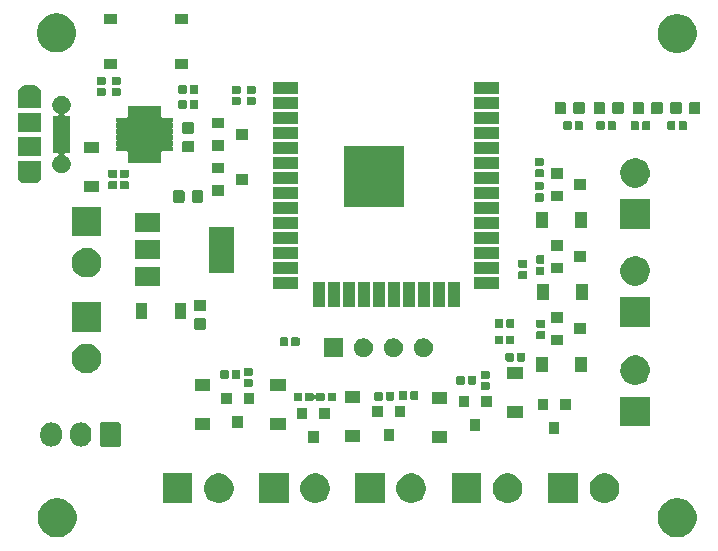
<source format=gbr>
G04 #@! TF.GenerationSoftware,KiCad,Pcbnew,(5.1.4)-1*
G04 #@! TF.CreationDate,2019-11-04T02:00:11+00:00*
G04 #@! TF.ProjectId,light_control,6c696768-745f-4636-9f6e-74726f6c2e6b,rev?*
G04 #@! TF.SameCoordinates,Original*
G04 #@! TF.FileFunction,Soldermask,Top*
G04 #@! TF.FilePolarity,Negative*
%FSLAX46Y46*%
G04 Gerber Fmt 4.6, Leading zero omitted, Abs format (unit mm)*
G04 Created by KiCad (PCBNEW (5.1.4)-1) date 2019-11-04 02:00:11*
%MOMM*%
%LPD*%
G04 APERTURE LIST*
%ADD10C,0.100000*%
G04 APERTURE END LIST*
D10*
G36*
X159375256Y-96891298D02*
G01*
X159481579Y-96912447D01*
X159782042Y-97036903D01*
X160052451Y-97217585D01*
X160282415Y-97447549D01*
X160463097Y-97717958D01*
X160587553Y-98018421D01*
X160651000Y-98337391D01*
X160651000Y-98662609D01*
X160587553Y-98981579D01*
X160463097Y-99282042D01*
X160282415Y-99552451D01*
X160052451Y-99782415D01*
X159782042Y-99963097D01*
X159481579Y-100087553D01*
X159375256Y-100108702D01*
X159162611Y-100151000D01*
X158837389Y-100151000D01*
X158624744Y-100108702D01*
X158518421Y-100087553D01*
X158217958Y-99963097D01*
X157947549Y-99782415D01*
X157717585Y-99552451D01*
X157536903Y-99282042D01*
X157412447Y-98981579D01*
X157349000Y-98662609D01*
X157349000Y-98337391D01*
X157412447Y-98018421D01*
X157536903Y-97717958D01*
X157717585Y-97447549D01*
X157947549Y-97217585D01*
X158217958Y-97036903D01*
X158518421Y-96912447D01*
X158624744Y-96891298D01*
X158837389Y-96849000D01*
X159162611Y-96849000D01*
X159375256Y-96891298D01*
X159375256Y-96891298D01*
G37*
G36*
X106875256Y-96891298D02*
G01*
X106981579Y-96912447D01*
X107282042Y-97036903D01*
X107552451Y-97217585D01*
X107782415Y-97447549D01*
X107963097Y-97717958D01*
X108087553Y-98018421D01*
X108151000Y-98337391D01*
X108151000Y-98662609D01*
X108087553Y-98981579D01*
X107963097Y-99282042D01*
X107782415Y-99552451D01*
X107552451Y-99782415D01*
X107282042Y-99963097D01*
X106981579Y-100087553D01*
X106875256Y-100108702D01*
X106662611Y-100151000D01*
X106337389Y-100151000D01*
X106124744Y-100108702D01*
X106018421Y-100087553D01*
X105717958Y-99963097D01*
X105447549Y-99782415D01*
X105217585Y-99552451D01*
X105036903Y-99282042D01*
X104912447Y-98981579D01*
X104849000Y-98662609D01*
X104849000Y-98337391D01*
X104912447Y-98018421D01*
X105036903Y-97717958D01*
X105217585Y-97447549D01*
X105447549Y-97217585D01*
X105717958Y-97036903D01*
X106018421Y-96912447D01*
X106124744Y-96891298D01*
X106337389Y-96849000D01*
X106662611Y-96849000D01*
X106875256Y-96891298D01*
X106875256Y-96891298D01*
G37*
G36*
X150601000Y-97251000D02*
G01*
X148099000Y-97251000D01*
X148099000Y-94749000D01*
X150601000Y-94749000D01*
X150601000Y-97251000D01*
X150601000Y-97251000D01*
G37*
G36*
X117951000Y-97251000D02*
G01*
X115449000Y-97251000D01*
X115449000Y-94749000D01*
X117951000Y-94749000D01*
X117951000Y-97251000D01*
X117951000Y-97251000D01*
G37*
G36*
X120564903Y-94797075D02*
G01*
X120792571Y-94891378D01*
X120997466Y-95028285D01*
X121171715Y-95202534D01*
X121308622Y-95407429D01*
X121402925Y-95635097D01*
X121451000Y-95876787D01*
X121451000Y-96123213D01*
X121402925Y-96364903D01*
X121308622Y-96592571D01*
X121171715Y-96797466D01*
X120997466Y-96971715D01*
X120792571Y-97108622D01*
X120792570Y-97108623D01*
X120792569Y-97108623D01*
X120564903Y-97202925D01*
X120323214Y-97251000D01*
X120076786Y-97251000D01*
X119835097Y-97202925D01*
X119607431Y-97108623D01*
X119607430Y-97108623D01*
X119607429Y-97108622D01*
X119402534Y-96971715D01*
X119228285Y-96797466D01*
X119091378Y-96592571D01*
X118997075Y-96364903D01*
X118949000Y-96123213D01*
X118949000Y-95876787D01*
X118997075Y-95635097D01*
X119091378Y-95407429D01*
X119228285Y-95202534D01*
X119402534Y-95028285D01*
X119607429Y-94891378D01*
X119835097Y-94797075D01*
X120076786Y-94749000D01*
X120323214Y-94749000D01*
X120564903Y-94797075D01*
X120564903Y-94797075D01*
G37*
G36*
X134229000Y-97251000D02*
G01*
X131727000Y-97251000D01*
X131727000Y-94749000D01*
X134229000Y-94749000D01*
X134229000Y-97251000D01*
X134229000Y-97251000D01*
G37*
G36*
X136842903Y-94797075D02*
G01*
X137070571Y-94891378D01*
X137275466Y-95028285D01*
X137449715Y-95202534D01*
X137586622Y-95407429D01*
X137680925Y-95635097D01*
X137729000Y-95876787D01*
X137729000Y-96123213D01*
X137680925Y-96364903D01*
X137586622Y-96592571D01*
X137449715Y-96797466D01*
X137275466Y-96971715D01*
X137070571Y-97108622D01*
X137070570Y-97108623D01*
X137070569Y-97108623D01*
X136842903Y-97202925D01*
X136601214Y-97251000D01*
X136354786Y-97251000D01*
X136113097Y-97202925D01*
X135885431Y-97108623D01*
X135885430Y-97108623D01*
X135885429Y-97108622D01*
X135680534Y-96971715D01*
X135506285Y-96797466D01*
X135369378Y-96592571D01*
X135275075Y-96364903D01*
X135227000Y-96123213D01*
X135227000Y-95876787D01*
X135275075Y-95635097D01*
X135369378Y-95407429D01*
X135506285Y-95202534D01*
X135680534Y-95028285D01*
X135885429Y-94891378D01*
X136113097Y-94797075D01*
X136354786Y-94749000D01*
X136601214Y-94749000D01*
X136842903Y-94797075D01*
X136842903Y-94797075D01*
G37*
G36*
X153214903Y-94797075D02*
G01*
X153442571Y-94891378D01*
X153647466Y-95028285D01*
X153821715Y-95202534D01*
X153958622Y-95407429D01*
X154052925Y-95635097D01*
X154101000Y-95876787D01*
X154101000Y-96123213D01*
X154052925Y-96364903D01*
X153958622Y-96592571D01*
X153821715Y-96797466D01*
X153647466Y-96971715D01*
X153442571Y-97108622D01*
X153442570Y-97108623D01*
X153442569Y-97108623D01*
X153214903Y-97202925D01*
X152973214Y-97251000D01*
X152726786Y-97251000D01*
X152485097Y-97202925D01*
X152257431Y-97108623D01*
X152257430Y-97108623D01*
X152257429Y-97108622D01*
X152052534Y-96971715D01*
X151878285Y-96797466D01*
X151741378Y-96592571D01*
X151647075Y-96364903D01*
X151599000Y-96123213D01*
X151599000Y-95876787D01*
X151647075Y-95635097D01*
X151741378Y-95407429D01*
X151878285Y-95202534D01*
X152052534Y-95028285D01*
X152257429Y-94891378D01*
X152485097Y-94797075D01*
X152726786Y-94749000D01*
X152973214Y-94749000D01*
X153214903Y-94797075D01*
X153214903Y-94797075D01*
G37*
G36*
X128714903Y-94797075D02*
G01*
X128942571Y-94891378D01*
X129147466Y-95028285D01*
X129321715Y-95202534D01*
X129458622Y-95407429D01*
X129552925Y-95635097D01*
X129601000Y-95876787D01*
X129601000Y-96123213D01*
X129552925Y-96364903D01*
X129458622Y-96592571D01*
X129321715Y-96797466D01*
X129147466Y-96971715D01*
X128942571Y-97108622D01*
X128942570Y-97108623D01*
X128942569Y-97108623D01*
X128714903Y-97202925D01*
X128473214Y-97251000D01*
X128226786Y-97251000D01*
X127985097Y-97202925D01*
X127757431Y-97108623D01*
X127757430Y-97108623D01*
X127757429Y-97108622D01*
X127552534Y-96971715D01*
X127378285Y-96797466D01*
X127241378Y-96592571D01*
X127147075Y-96364903D01*
X127099000Y-96123213D01*
X127099000Y-95876787D01*
X127147075Y-95635097D01*
X127241378Y-95407429D01*
X127378285Y-95202534D01*
X127552534Y-95028285D01*
X127757429Y-94891378D01*
X127985097Y-94797075D01*
X128226786Y-94749000D01*
X128473214Y-94749000D01*
X128714903Y-94797075D01*
X128714903Y-94797075D01*
G37*
G36*
X126101000Y-97251000D02*
G01*
X123599000Y-97251000D01*
X123599000Y-94749000D01*
X126101000Y-94749000D01*
X126101000Y-97251000D01*
X126101000Y-97251000D01*
G37*
G36*
X145014903Y-94797075D02*
G01*
X145242571Y-94891378D01*
X145447466Y-95028285D01*
X145621715Y-95202534D01*
X145758622Y-95407429D01*
X145852925Y-95635097D01*
X145901000Y-95876787D01*
X145901000Y-96123213D01*
X145852925Y-96364903D01*
X145758622Y-96592571D01*
X145621715Y-96797466D01*
X145447466Y-96971715D01*
X145242571Y-97108622D01*
X145242570Y-97108623D01*
X145242569Y-97108623D01*
X145014903Y-97202925D01*
X144773214Y-97251000D01*
X144526786Y-97251000D01*
X144285097Y-97202925D01*
X144057431Y-97108623D01*
X144057430Y-97108623D01*
X144057429Y-97108622D01*
X143852534Y-96971715D01*
X143678285Y-96797466D01*
X143541378Y-96592571D01*
X143447075Y-96364903D01*
X143399000Y-96123213D01*
X143399000Y-95876787D01*
X143447075Y-95635097D01*
X143541378Y-95407429D01*
X143678285Y-95202534D01*
X143852534Y-95028285D01*
X144057429Y-94891378D01*
X144285097Y-94797075D01*
X144526786Y-94749000D01*
X144773214Y-94749000D01*
X145014903Y-94797075D01*
X145014903Y-94797075D01*
G37*
G36*
X142401000Y-97251000D02*
G01*
X139899000Y-97251000D01*
X139899000Y-94749000D01*
X142401000Y-94749000D01*
X142401000Y-97251000D01*
X142401000Y-97251000D01*
G37*
G36*
X106176627Y-90437037D02*
G01*
X106346466Y-90488557D01*
X106502991Y-90572222D01*
X106538729Y-90601552D01*
X106640186Y-90684814D01*
X106723448Y-90786271D01*
X106752778Y-90822009D01*
X106836443Y-90978534D01*
X106887963Y-91148374D01*
X106901000Y-91280743D01*
X106901000Y-91619258D01*
X106887963Y-91751627D01*
X106836443Y-91921466D01*
X106752778Y-92077991D01*
X106723448Y-92113729D01*
X106640186Y-92215186D01*
X106502989Y-92327779D01*
X106346467Y-92411442D01*
X106346465Y-92411443D01*
X106176626Y-92462963D01*
X106000000Y-92480359D01*
X105823373Y-92462963D01*
X105653534Y-92411443D01*
X105497009Y-92327778D01*
X105454750Y-92293097D01*
X105359814Y-92215186D01*
X105247221Y-92077989D01*
X105163558Y-91921467D01*
X105163557Y-91921465D01*
X105112037Y-91751626D01*
X105099000Y-91619257D01*
X105099000Y-91280742D01*
X105112037Y-91148373D01*
X105163557Y-90978534D01*
X105247222Y-90822009D01*
X105359815Y-90684815D01*
X105497010Y-90572222D01*
X105653535Y-90488557D01*
X105823374Y-90437037D01*
X106000000Y-90419641D01*
X106176627Y-90437037D01*
X106176627Y-90437037D01*
G37*
G36*
X108676627Y-90437037D02*
G01*
X108846466Y-90488557D01*
X109002991Y-90572222D01*
X109038729Y-90601552D01*
X109140186Y-90684814D01*
X109223448Y-90786271D01*
X109252778Y-90822009D01*
X109336443Y-90978534D01*
X109387963Y-91148374D01*
X109401000Y-91280743D01*
X109401000Y-91619258D01*
X109387963Y-91751627D01*
X109336443Y-91921466D01*
X109252778Y-92077991D01*
X109223448Y-92113729D01*
X109140186Y-92215186D01*
X109002989Y-92327779D01*
X108846467Y-92411442D01*
X108846465Y-92411443D01*
X108676626Y-92462963D01*
X108500000Y-92480359D01*
X108323373Y-92462963D01*
X108153534Y-92411443D01*
X107997009Y-92327778D01*
X107954750Y-92293097D01*
X107859814Y-92215186D01*
X107747221Y-92077989D01*
X107663558Y-91921467D01*
X107663557Y-91921465D01*
X107612037Y-91751626D01*
X107599000Y-91619257D01*
X107599000Y-91280742D01*
X107612037Y-91148373D01*
X107663557Y-90978534D01*
X107747222Y-90822009D01*
X107859815Y-90684815D01*
X107997010Y-90572222D01*
X108153535Y-90488557D01*
X108323374Y-90437037D01*
X108500000Y-90419641D01*
X108676627Y-90437037D01*
X108676627Y-90437037D01*
G37*
G36*
X111758600Y-90427989D02*
G01*
X111791652Y-90438015D01*
X111822103Y-90454292D01*
X111848799Y-90476201D01*
X111870708Y-90502897D01*
X111886985Y-90533348D01*
X111897011Y-90566400D01*
X111901000Y-90606903D01*
X111901000Y-92293097D01*
X111897011Y-92333600D01*
X111886985Y-92366652D01*
X111870708Y-92397103D01*
X111848799Y-92423799D01*
X111822103Y-92445708D01*
X111791652Y-92461985D01*
X111758600Y-92472011D01*
X111718097Y-92476000D01*
X110281903Y-92476000D01*
X110241400Y-92472011D01*
X110208348Y-92461985D01*
X110177897Y-92445708D01*
X110151201Y-92423799D01*
X110129292Y-92397103D01*
X110113015Y-92366652D01*
X110102989Y-92333600D01*
X110099000Y-92293097D01*
X110099000Y-90606903D01*
X110102989Y-90566400D01*
X110113015Y-90533348D01*
X110129292Y-90502897D01*
X110151201Y-90476201D01*
X110177897Y-90454292D01*
X110208348Y-90438015D01*
X110241400Y-90427989D01*
X110281903Y-90424000D01*
X111718097Y-90424000D01*
X111758600Y-90427989D01*
X111758600Y-90427989D01*
G37*
G36*
X128651000Y-92179000D02*
G01*
X127749000Y-92179000D01*
X127749000Y-91177000D01*
X128651000Y-91177000D01*
X128651000Y-92179000D01*
X128651000Y-92179000D01*
G37*
G36*
X139551000Y-92151000D02*
G01*
X138249000Y-92151000D01*
X138249000Y-91149000D01*
X139551000Y-91149000D01*
X139551000Y-92151000D01*
X139551000Y-92151000D01*
G37*
G36*
X132151000Y-92051000D02*
G01*
X130849000Y-92051000D01*
X130849000Y-91049000D01*
X132151000Y-91049000D01*
X132151000Y-92051000D01*
X132151000Y-92051000D01*
G37*
G36*
X135051000Y-92001000D02*
G01*
X134149000Y-92001000D01*
X134149000Y-90999000D01*
X135051000Y-90999000D01*
X135051000Y-92001000D01*
X135051000Y-92001000D01*
G37*
G36*
X149041000Y-91417000D02*
G01*
X148139000Y-91417000D01*
X148139000Y-90415000D01*
X149041000Y-90415000D01*
X149041000Y-91417000D01*
X149041000Y-91417000D01*
G37*
G36*
X142351000Y-91163000D02*
G01*
X141449000Y-91163000D01*
X141449000Y-90161000D01*
X142351000Y-90161000D01*
X142351000Y-91163000D01*
X142351000Y-91163000D01*
G37*
G36*
X125851000Y-91035000D02*
G01*
X124549000Y-91035000D01*
X124549000Y-90033000D01*
X125851000Y-90033000D01*
X125851000Y-91035000D01*
X125851000Y-91035000D01*
G37*
G36*
X119451000Y-91035000D02*
G01*
X118149000Y-91035000D01*
X118149000Y-90033000D01*
X119451000Y-90033000D01*
X119451000Y-91035000D01*
X119451000Y-91035000D01*
G37*
G36*
X122251000Y-90909000D02*
G01*
X121349000Y-90909000D01*
X121349000Y-89907000D01*
X122251000Y-89907000D01*
X122251000Y-90909000D01*
X122251000Y-90909000D01*
G37*
G36*
X156699000Y-90751000D02*
G01*
X154197000Y-90751000D01*
X154197000Y-88249000D01*
X156699000Y-88249000D01*
X156699000Y-90751000D01*
X156699000Y-90751000D01*
G37*
G36*
X127701000Y-90179000D02*
G01*
X126799000Y-90179000D01*
X126799000Y-89177000D01*
X127701000Y-89177000D01*
X127701000Y-90179000D01*
X127701000Y-90179000D01*
G37*
G36*
X129601000Y-90179000D02*
G01*
X128699000Y-90179000D01*
X128699000Y-89177000D01*
X129601000Y-89177000D01*
X129601000Y-90179000D01*
X129601000Y-90179000D01*
G37*
G36*
X145939000Y-90035000D02*
G01*
X144637000Y-90035000D01*
X144637000Y-89033000D01*
X145939000Y-89033000D01*
X145939000Y-90035000D01*
X145939000Y-90035000D01*
G37*
G36*
X134101000Y-90001000D02*
G01*
X133199000Y-90001000D01*
X133199000Y-88999000D01*
X134101000Y-88999000D01*
X134101000Y-90001000D01*
X134101000Y-90001000D01*
G37*
G36*
X136001000Y-90001000D02*
G01*
X135099000Y-90001000D01*
X135099000Y-88999000D01*
X136001000Y-88999000D01*
X136001000Y-90001000D01*
X136001000Y-90001000D01*
G37*
G36*
X149991000Y-89417000D02*
G01*
X149089000Y-89417000D01*
X149089000Y-88415000D01*
X149991000Y-88415000D01*
X149991000Y-89417000D01*
X149991000Y-89417000D01*
G37*
G36*
X148091000Y-89417000D02*
G01*
X147189000Y-89417000D01*
X147189000Y-88415000D01*
X148091000Y-88415000D01*
X148091000Y-89417000D01*
X148091000Y-89417000D01*
G37*
G36*
X141401000Y-89163000D02*
G01*
X140499000Y-89163000D01*
X140499000Y-88161000D01*
X141401000Y-88161000D01*
X141401000Y-89163000D01*
X141401000Y-89163000D01*
G37*
G36*
X143301000Y-89163000D02*
G01*
X142399000Y-89163000D01*
X142399000Y-88161000D01*
X143301000Y-88161000D01*
X143301000Y-89163000D01*
X143301000Y-89163000D01*
G37*
G36*
X121301000Y-88909000D02*
G01*
X120399000Y-88909000D01*
X120399000Y-87907000D01*
X121301000Y-87907000D01*
X121301000Y-88909000D01*
X121301000Y-88909000D01*
G37*
G36*
X123201000Y-88909000D02*
G01*
X122299000Y-88909000D01*
X122299000Y-87907000D01*
X123201000Y-87907000D01*
X123201000Y-88909000D01*
X123201000Y-88909000D01*
G37*
G36*
X139551000Y-88851000D02*
G01*
X138249000Y-88851000D01*
X138249000Y-87849000D01*
X139551000Y-87849000D01*
X139551000Y-88851000D01*
X139551000Y-88851000D01*
G37*
G36*
X132151000Y-88751000D02*
G01*
X130849000Y-88751000D01*
X130849000Y-87749000D01*
X132151000Y-87749000D01*
X132151000Y-88751000D01*
X132151000Y-88751000D01*
G37*
G36*
X127152938Y-87896716D02*
G01*
X127173557Y-87902971D01*
X127192553Y-87913124D01*
X127209208Y-87926792D01*
X127222876Y-87943447D01*
X127233029Y-87962443D01*
X127239284Y-87983062D01*
X127242000Y-88010640D01*
X127242000Y-88519360D01*
X127239284Y-88546938D01*
X127233029Y-88567557D01*
X127222876Y-88586553D01*
X127209208Y-88603208D01*
X127192553Y-88616876D01*
X127173557Y-88627029D01*
X127152938Y-88633284D01*
X127125360Y-88636000D01*
X126666640Y-88636000D01*
X126639062Y-88633284D01*
X126618443Y-88627029D01*
X126599447Y-88616876D01*
X126582792Y-88603208D01*
X126569124Y-88586553D01*
X126558971Y-88567557D01*
X126552716Y-88546938D01*
X126550000Y-88519360D01*
X126550000Y-88010640D01*
X126552716Y-87983062D01*
X126558971Y-87962443D01*
X126569124Y-87943447D01*
X126582792Y-87926792D01*
X126599447Y-87913124D01*
X126618443Y-87902971D01*
X126639062Y-87896716D01*
X126666640Y-87894000D01*
X127125360Y-87894000D01*
X127152938Y-87896716D01*
X127152938Y-87896716D01*
G37*
G36*
X130027938Y-87896716D02*
G01*
X130048557Y-87902971D01*
X130067553Y-87913124D01*
X130084208Y-87926792D01*
X130097876Y-87943447D01*
X130108029Y-87962443D01*
X130114284Y-87983062D01*
X130117000Y-88010640D01*
X130117000Y-88519360D01*
X130114284Y-88546938D01*
X130108029Y-88567557D01*
X130097876Y-88586553D01*
X130084208Y-88603208D01*
X130067553Y-88616876D01*
X130048557Y-88627029D01*
X130027938Y-88633284D01*
X130000360Y-88636000D01*
X129541640Y-88636000D01*
X129514062Y-88633284D01*
X129493443Y-88627029D01*
X129474447Y-88616876D01*
X129457792Y-88603208D01*
X129444124Y-88586553D01*
X129433971Y-88567557D01*
X129427716Y-88546938D01*
X129425000Y-88519360D01*
X129425000Y-88010640D01*
X129427716Y-87983062D01*
X129433971Y-87962443D01*
X129444124Y-87943447D01*
X129457792Y-87926792D01*
X129474447Y-87913124D01*
X129493443Y-87902971D01*
X129514062Y-87896716D01*
X129541640Y-87894000D01*
X130000360Y-87894000D01*
X130027938Y-87896716D01*
X130027938Y-87896716D01*
G37*
G36*
X128122938Y-87896716D02*
G01*
X128143557Y-87902971D01*
X128162553Y-87913124D01*
X128179208Y-87926792D01*
X128192876Y-87943447D01*
X128203029Y-87962443D01*
X128209820Y-87984828D01*
X128213883Y-88005258D01*
X128223261Y-88027897D01*
X128236875Y-88048272D01*
X128254202Y-88065599D01*
X128274576Y-88079212D01*
X128297215Y-88088590D01*
X128321248Y-88093370D01*
X128345752Y-88093370D01*
X128369785Y-88088590D01*
X128392424Y-88079212D01*
X128412799Y-88065598D01*
X128430126Y-88048271D01*
X128443739Y-88027897D01*
X128453117Y-88005258D01*
X128457180Y-87984828D01*
X128463971Y-87962443D01*
X128474124Y-87943447D01*
X128487792Y-87926792D01*
X128504447Y-87913124D01*
X128523443Y-87902971D01*
X128544062Y-87896716D01*
X128571640Y-87894000D01*
X129030360Y-87894000D01*
X129057938Y-87896716D01*
X129078557Y-87902971D01*
X129097553Y-87913124D01*
X129114208Y-87926792D01*
X129127876Y-87943447D01*
X129138029Y-87962443D01*
X129144284Y-87983062D01*
X129147000Y-88010640D01*
X129147000Y-88519360D01*
X129144284Y-88546938D01*
X129138029Y-88567557D01*
X129127876Y-88586553D01*
X129114208Y-88603208D01*
X129097553Y-88616876D01*
X129078557Y-88627029D01*
X129057938Y-88633284D01*
X129030360Y-88636000D01*
X128571640Y-88636000D01*
X128544062Y-88633284D01*
X128523443Y-88627029D01*
X128504447Y-88616876D01*
X128487792Y-88603208D01*
X128474124Y-88586553D01*
X128463971Y-88567557D01*
X128457180Y-88545172D01*
X128453117Y-88524742D01*
X128443739Y-88502103D01*
X128430125Y-88481728D01*
X128412798Y-88464401D01*
X128392424Y-88450788D01*
X128369785Y-88441410D01*
X128345752Y-88436630D01*
X128321248Y-88436630D01*
X128297215Y-88441410D01*
X128274576Y-88450788D01*
X128254201Y-88464402D01*
X128236874Y-88481729D01*
X128223261Y-88502103D01*
X128213883Y-88524742D01*
X128209820Y-88545172D01*
X128203029Y-88567557D01*
X128192876Y-88586553D01*
X128179208Y-88603208D01*
X128162553Y-88616876D01*
X128143557Y-88627029D01*
X128122938Y-88633284D01*
X128095360Y-88636000D01*
X127636640Y-88636000D01*
X127609062Y-88633284D01*
X127588443Y-88627029D01*
X127569447Y-88616876D01*
X127552792Y-88603208D01*
X127539124Y-88586553D01*
X127528971Y-88567557D01*
X127522716Y-88546938D01*
X127520000Y-88519360D01*
X127520000Y-88010640D01*
X127522716Y-87983062D01*
X127528971Y-87962443D01*
X127539124Y-87943447D01*
X127552792Y-87926792D01*
X127569447Y-87913124D01*
X127588443Y-87902971D01*
X127609062Y-87896716D01*
X127636640Y-87894000D01*
X128095360Y-87894000D01*
X128122938Y-87896716D01*
X128122938Y-87896716D01*
G37*
G36*
X134941938Y-87831716D02*
G01*
X134962557Y-87837971D01*
X134981553Y-87848124D01*
X134998208Y-87861792D01*
X135011876Y-87878447D01*
X135022029Y-87897443D01*
X135028284Y-87918062D01*
X135031000Y-87945640D01*
X135031000Y-88454360D01*
X135028284Y-88481938D01*
X135022029Y-88502557D01*
X135011876Y-88521553D01*
X134998208Y-88538208D01*
X134981553Y-88551876D01*
X134962557Y-88562029D01*
X134941938Y-88568284D01*
X134914360Y-88571000D01*
X134455640Y-88571000D01*
X134428062Y-88568284D01*
X134407443Y-88562029D01*
X134388447Y-88551876D01*
X134371792Y-88538208D01*
X134358124Y-88521553D01*
X134347971Y-88502557D01*
X134341716Y-88481938D01*
X134339000Y-88454360D01*
X134339000Y-87945640D01*
X134341716Y-87918062D01*
X134347971Y-87897443D01*
X134358124Y-87878447D01*
X134371792Y-87861792D01*
X134388447Y-87848124D01*
X134407443Y-87837971D01*
X134428062Y-87831716D01*
X134455640Y-87829000D01*
X134914360Y-87829000D01*
X134941938Y-87831716D01*
X134941938Y-87831716D01*
G37*
G36*
X133971938Y-87831716D02*
G01*
X133992557Y-87837971D01*
X134011553Y-87848124D01*
X134028208Y-87861792D01*
X134041876Y-87878447D01*
X134052029Y-87897443D01*
X134058284Y-87918062D01*
X134061000Y-87945640D01*
X134061000Y-88454360D01*
X134058284Y-88481938D01*
X134052029Y-88502557D01*
X134041876Y-88521553D01*
X134028208Y-88538208D01*
X134011553Y-88551876D01*
X133992557Y-88562029D01*
X133971938Y-88568284D01*
X133944360Y-88571000D01*
X133485640Y-88571000D01*
X133458062Y-88568284D01*
X133437443Y-88562029D01*
X133418447Y-88551876D01*
X133401792Y-88538208D01*
X133388124Y-88521553D01*
X133377971Y-88502557D01*
X133371716Y-88481938D01*
X133369000Y-88454360D01*
X133369000Y-87945640D01*
X133371716Y-87918062D01*
X133377971Y-87897443D01*
X133388124Y-87878447D01*
X133401792Y-87861792D01*
X133418447Y-87848124D01*
X133437443Y-87837971D01*
X133458062Y-87831716D01*
X133485640Y-87829000D01*
X133944360Y-87829000D01*
X133971938Y-87831716D01*
X133971938Y-87831716D01*
G37*
G36*
X136042938Y-87769716D02*
G01*
X136063557Y-87775971D01*
X136082553Y-87786124D01*
X136099208Y-87799792D01*
X136112876Y-87816447D01*
X136123029Y-87835443D01*
X136129284Y-87856062D01*
X136132000Y-87883640D01*
X136132000Y-88392360D01*
X136129284Y-88419938D01*
X136123029Y-88440557D01*
X136112876Y-88459553D01*
X136099208Y-88476208D01*
X136082553Y-88489876D01*
X136063557Y-88500029D01*
X136042938Y-88506284D01*
X136015360Y-88509000D01*
X135556640Y-88509000D01*
X135529062Y-88506284D01*
X135508443Y-88500029D01*
X135489447Y-88489876D01*
X135472792Y-88476208D01*
X135459124Y-88459553D01*
X135448971Y-88440557D01*
X135442716Y-88419938D01*
X135440000Y-88392360D01*
X135440000Y-87883640D01*
X135442716Y-87856062D01*
X135448971Y-87835443D01*
X135459124Y-87816447D01*
X135472792Y-87799792D01*
X135489447Y-87786124D01*
X135508443Y-87775971D01*
X135529062Y-87769716D01*
X135556640Y-87767000D01*
X136015360Y-87767000D01*
X136042938Y-87769716D01*
X136042938Y-87769716D01*
G37*
G36*
X137012938Y-87769716D02*
G01*
X137033557Y-87775971D01*
X137052553Y-87786124D01*
X137069208Y-87799792D01*
X137082876Y-87816447D01*
X137093029Y-87835443D01*
X137099284Y-87856062D01*
X137102000Y-87883640D01*
X137102000Y-88392360D01*
X137099284Y-88419938D01*
X137093029Y-88440557D01*
X137082876Y-88459553D01*
X137069208Y-88476208D01*
X137052553Y-88489876D01*
X137033557Y-88500029D01*
X137012938Y-88506284D01*
X136985360Y-88509000D01*
X136526640Y-88509000D01*
X136499062Y-88506284D01*
X136478443Y-88500029D01*
X136459447Y-88489876D01*
X136442792Y-88476208D01*
X136429124Y-88459553D01*
X136418971Y-88440557D01*
X136412716Y-88419938D01*
X136410000Y-88392360D01*
X136410000Y-87883640D01*
X136412716Y-87856062D01*
X136418971Y-87835443D01*
X136429124Y-87816447D01*
X136442792Y-87799792D01*
X136459447Y-87786124D01*
X136478443Y-87775971D01*
X136499062Y-87769716D01*
X136526640Y-87767000D01*
X136985360Y-87767000D01*
X137012938Y-87769716D01*
X137012938Y-87769716D01*
G37*
G36*
X119451000Y-87735000D02*
G01*
X118149000Y-87735000D01*
X118149000Y-86733000D01*
X119451000Y-86733000D01*
X119451000Y-87735000D01*
X119451000Y-87735000D01*
G37*
G36*
X125851000Y-87735000D02*
G01*
X124549000Y-87735000D01*
X124549000Y-86733000D01*
X125851000Y-86733000D01*
X125851000Y-87735000D01*
X125851000Y-87735000D01*
G37*
G36*
X143029938Y-87009716D02*
G01*
X143050557Y-87015971D01*
X143069553Y-87026124D01*
X143086208Y-87039792D01*
X143099876Y-87056447D01*
X143110029Y-87075443D01*
X143116284Y-87096062D01*
X143119000Y-87123640D01*
X143119000Y-87582360D01*
X143116284Y-87609938D01*
X143110029Y-87630557D01*
X143099876Y-87649553D01*
X143086208Y-87666208D01*
X143069553Y-87679876D01*
X143050557Y-87690029D01*
X143029938Y-87696284D01*
X143002360Y-87699000D01*
X142493640Y-87699000D01*
X142466062Y-87696284D01*
X142445443Y-87690029D01*
X142426447Y-87679876D01*
X142409792Y-87666208D01*
X142396124Y-87649553D01*
X142385971Y-87630557D01*
X142379716Y-87609938D01*
X142377000Y-87582360D01*
X142377000Y-87123640D01*
X142379716Y-87096062D01*
X142385971Y-87075443D01*
X142396124Y-87056447D01*
X142409792Y-87039792D01*
X142426447Y-87026124D01*
X142445443Y-87015971D01*
X142466062Y-87009716D01*
X142493640Y-87007000D01*
X143002360Y-87007000D01*
X143029938Y-87009716D01*
X143029938Y-87009716D01*
G37*
G36*
X122963938Y-86755716D02*
G01*
X122984557Y-86761971D01*
X123003553Y-86772124D01*
X123020208Y-86785792D01*
X123033876Y-86802447D01*
X123044029Y-86821443D01*
X123050284Y-86842062D01*
X123053000Y-86869640D01*
X123053000Y-87328360D01*
X123050284Y-87355938D01*
X123044029Y-87376557D01*
X123033876Y-87395553D01*
X123020208Y-87412208D01*
X123003553Y-87425876D01*
X122984557Y-87436029D01*
X122963938Y-87442284D01*
X122936360Y-87445000D01*
X122427640Y-87445000D01*
X122400062Y-87442284D01*
X122379443Y-87436029D01*
X122360447Y-87425876D01*
X122343792Y-87412208D01*
X122330124Y-87395553D01*
X122319971Y-87376557D01*
X122313716Y-87355938D01*
X122311000Y-87328360D01*
X122311000Y-86869640D01*
X122313716Y-86842062D01*
X122319971Y-86821443D01*
X122330124Y-86802447D01*
X122343792Y-86785792D01*
X122360447Y-86772124D01*
X122379443Y-86761971D01*
X122400062Y-86755716D01*
X122427640Y-86753000D01*
X122936360Y-86753000D01*
X122963938Y-86755716D01*
X122963938Y-86755716D01*
G37*
G36*
X155812903Y-84797075D02*
G01*
X156040571Y-84891378D01*
X156245466Y-85028285D01*
X156419715Y-85202534D01*
X156528207Y-85364903D01*
X156556623Y-85407431D01*
X156650925Y-85635097D01*
X156686868Y-85815792D01*
X156699000Y-85876787D01*
X156699000Y-86123213D01*
X156650925Y-86364903D01*
X156556622Y-86592571D01*
X156419715Y-86797466D01*
X156245466Y-86971715D01*
X156040571Y-87108622D01*
X156040570Y-87108623D01*
X156040569Y-87108623D01*
X155812903Y-87202925D01*
X155571214Y-87251000D01*
X155324786Y-87251000D01*
X155083097Y-87202925D01*
X154855431Y-87108623D01*
X154855430Y-87108623D01*
X154855429Y-87108622D01*
X154650534Y-86971715D01*
X154476285Y-86797466D01*
X154339378Y-86592571D01*
X154245075Y-86364903D01*
X154197000Y-86123213D01*
X154197000Y-85876787D01*
X154209133Y-85815792D01*
X154245075Y-85635097D01*
X154339377Y-85407431D01*
X154367793Y-85364903D01*
X154476285Y-85202534D01*
X154650534Y-85028285D01*
X154855429Y-84891378D01*
X155083097Y-84797075D01*
X155324786Y-84749000D01*
X155571214Y-84749000D01*
X155812903Y-84797075D01*
X155812903Y-84797075D01*
G37*
G36*
X141879938Y-86483716D02*
G01*
X141900557Y-86489971D01*
X141919553Y-86500124D01*
X141936208Y-86513792D01*
X141949876Y-86530447D01*
X141960029Y-86549443D01*
X141966284Y-86570062D01*
X141969000Y-86597640D01*
X141969000Y-87106360D01*
X141966284Y-87133938D01*
X141960029Y-87154557D01*
X141949876Y-87173553D01*
X141936208Y-87190208D01*
X141919553Y-87203876D01*
X141900557Y-87214029D01*
X141879938Y-87220284D01*
X141852360Y-87223000D01*
X141393640Y-87223000D01*
X141366062Y-87220284D01*
X141345443Y-87214029D01*
X141326447Y-87203876D01*
X141309792Y-87190208D01*
X141296124Y-87173553D01*
X141285971Y-87154557D01*
X141279716Y-87133938D01*
X141277000Y-87106360D01*
X141277000Y-86597640D01*
X141279716Y-86570062D01*
X141285971Y-86549443D01*
X141296124Y-86530447D01*
X141309792Y-86513792D01*
X141326447Y-86500124D01*
X141345443Y-86489971D01*
X141366062Y-86483716D01*
X141393640Y-86481000D01*
X141852360Y-86481000D01*
X141879938Y-86483716D01*
X141879938Y-86483716D01*
G37*
G36*
X140909938Y-86483716D02*
G01*
X140930557Y-86489971D01*
X140949553Y-86500124D01*
X140966208Y-86513792D01*
X140979876Y-86530447D01*
X140990029Y-86549443D01*
X140996284Y-86570062D01*
X140999000Y-86597640D01*
X140999000Y-87106360D01*
X140996284Y-87133938D01*
X140990029Y-87154557D01*
X140979876Y-87173553D01*
X140966208Y-87190208D01*
X140949553Y-87203876D01*
X140930557Y-87214029D01*
X140909938Y-87220284D01*
X140882360Y-87223000D01*
X140423640Y-87223000D01*
X140396062Y-87220284D01*
X140375443Y-87214029D01*
X140356447Y-87203876D01*
X140339792Y-87190208D01*
X140326124Y-87173553D01*
X140315971Y-87154557D01*
X140309716Y-87133938D01*
X140307000Y-87106360D01*
X140307000Y-86597640D01*
X140309716Y-86570062D01*
X140315971Y-86549443D01*
X140326124Y-86530447D01*
X140339792Y-86513792D01*
X140356447Y-86500124D01*
X140375443Y-86489971D01*
X140396062Y-86483716D01*
X140423640Y-86481000D01*
X140882360Y-86481000D01*
X140909938Y-86483716D01*
X140909938Y-86483716D01*
G37*
G36*
X145939000Y-86735000D02*
G01*
X144637000Y-86735000D01*
X144637000Y-85733000D01*
X145939000Y-85733000D01*
X145939000Y-86735000D01*
X145939000Y-86735000D01*
G37*
G36*
X120929938Y-85991716D02*
G01*
X120950557Y-85997971D01*
X120969553Y-86008124D01*
X120986208Y-86021792D01*
X120999876Y-86038447D01*
X121010029Y-86057443D01*
X121016284Y-86078062D01*
X121019000Y-86105640D01*
X121019000Y-86614360D01*
X121016284Y-86641938D01*
X121010029Y-86662557D01*
X120999876Y-86681553D01*
X120986208Y-86698208D01*
X120969553Y-86711876D01*
X120950557Y-86722029D01*
X120929938Y-86728284D01*
X120902360Y-86731000D01*
X120443640Y-86731000D01*
X120416062Y-86728284D01*
X120395443Y-86722029D01*
X120376447Y-86711876D01*
X120359792Y-86698208D01*
X120346124Y-86681553D01*
X120335971Y-86662557D01*
X120329716Y-86641938D01*
X120327000Y-86614360D01*
X120327000Y-86105640D01*
X120329716Y-86078062D01*
X120335971Y-86057443D01*
X120346124Y-86038447D01*
X120359792Y-86021792D01*
X120376447Y-86008124D01*
X120395443Y-85997971D01*
X120416062Y-85991716D01*
X120443640Y-85989000D01*
X120902360Y-85989000D01*
X120929938Y-85991716D01*
X120929938Y-85991716D01*
G37*
G36*
X121899938Y-85991716D02*
G01*
X121920557Y-85997971D01*
X121939553Y-86008124D01*
X121956208Y-86021792D01*
X121969876Y-86038447D01*
X121980029Y-86057443D01*
X121986284Y-86078062D01*
X121989000Y-86105640D01*
X121989000Y-86614360D01*
X121986284Y-86641938D01*
X121980029Y-86662557D01*
X121969876Y-86681553D01*
X121956208Y-86698208D01*
X121939553Y-86711876D01*
X121920557Y-86722029D01*
X121899938Y-86728284D01*
X121872360Y-86731000D01*
X121413640Y-86731000D01*
X121386062Y-86728284D01*
X121365443Y-86722029D01*
X121346447Y-86711876D01*
X121329792Y-86698208D01*
X121316124Y-86681553D01*
X121305971Y-86662557D01*
X121299716Y-86641938D01*
X121297000Y-86614360D01*
X121297000Y-86105640D01*
X121299716Y-86078062D01*
X121305971Y-86057443D01*
X121316124Y-86038447D01*
X121329792Y-86021792D01*
X121346447Y-86008124D01*
X121365443Y-85997971D01*
X121386062Y-85991716D01*
X121413640Y-85989000D01*
X121872360Y-85989000D01*
X121899938Y-85991716D01*
X121899938Y-85991716D01*
G37*
G36*
X143029938Y-86039716D02*
G01*
X143050557Y-86045971D01*
X143069553Y-86056124D01*
X143086208Y-86069792D01*
X143099876Y-86086447D01*
X143110029Y-86105443D01*
X143116284Y-86126062D01*
X143119000Y-86153640D01*
X143119000Y-86612360D01*
X143116284Y-86639938D01*
X143110029Y-86660557D01*
X143099876Y-86679553D01*
X143086208Y-86696208D01*
X143069553Y-86709876D01*
X143050557Y-86720029D01*
X143029938Y-86726284D01*
X143002360Y-86729000D01*
X142493640Y-86729000D01*
X142466062Y-86726284D01*
X142445443Y-86720029D01*
X142426447Y-86709876D01*
X142409792Y-86696208D01*
X142396124Y-86679553D01*
X142385971Y-86660557D01*
X142379716Y-86639938D01*
X142377000Y-86612360D01*
X142377000Y-86153640D01*
X142379716Y-86126062D01*
X142385971Y-86105443D01*
X142396124Y-86086447D01*
X142409792Y-86069792D01*
X142426447Y-86056124D01*
X142445443Y-86045971D01*
X142466062Y-86039716D01*
X142493640Y-86037000D01*
X143002360Y-86037000D01*
X143029938Y-86039716D01*
X143029938Y-86039716D01*
G37*
G36*
X122963938Y-85785716D02*
G01*
X122984557Y-85791971D01*
X123003553Y-85802124D01*
X123020208Y-85815792D01*
X123033876Y-85832447D01*
X123044029Y-85851443D01*
X123050284Y-85872062D01*
X123053000Y-85899640D01*
X123053000Y-86358360D01*
X123050284Y-86385938D01*
X123044029Y-86406557D01*
X123033876Y-86425553D01*
X123020208Y-86442208D01*
X123003553Y-86455876D01*
X122984557Y-86466029D01*
X122963938Y-86472284D01*
X122936360Y-86475000D01*
X122427640Y-86475000D01*
X122400062Y-86472284D01*
X122379443Y-86466029D01*
X122360447Y-86455876D01*
X122343792Y-86442208D01*
X122330124Y-86425553D01*
X122319971Y-86406557D01*
X122313716Y-86385938D01*
X122311000Y-86358360D01*
X122311000Y-85899640D01*
X122313716Y-85872062D01*
X122319971Y-85851443D01*
X122330124Y-85832447D01*
X122343792Y-85815792D01*
X122360447Y-85802124D01*
X122379443Y-85791971D01*
X122400062Y-85785716D01*
X122427640Y-85783000D01*
X122936360Y-85783000D01*
X122963938Y-85785716D01*
X122963938Y-85785716D01*
G37*
G36*
X109364903Y-83797075D02*
G01*
X109532168Y-83866358D01*
X109592571Y-83891378D01*
X109797466Y-84028285D01*
X109971715Y-84202534D01*
X110108622Y-84407429D01*
X110108623Y-84407431D01*
X110202925Y-84635097D01*
X110251000Y-84876786D01*
X110251000Y-85123214D01*
X110224223Y-85257831D01*
X110202925Y-85364903D01*
X110108622Y-85592571D01*
X109971715Y-85797466D01*
X109797466Y-85971715D01*
X109592571Y-86108622D01*
X109592570Y-86108623D01*
X109592569Y-86108623D01*
X109364903Y-86202925D01*
X109123214Y-86251000D01*
X108876786Y-86251000D01*
X108635097Y-86202925D01*
X108407431Y-86108623D01*
X108407430Y-86108623D01*
X108407429Y-86108622D01*
X108202534Y-85971715D01*
X108028285Y-85797466D01*
X107891378Y-85592571D01*
X107797075Y-85364903D01*
X107775777Y-85257831D01*
X107749000Y-85123214D01*
X107749000Y-84876786D01*
X107797075Y-84635097D01*
X107891377Y-84407431D01*
X107891378Y-84407429D01*
X108028285Y-84202534D01*
X108202534Y-84028285D01*
X108407429Y-83891378D01*
X108467833Y-83866358D01*
X108635097Y-83797075D01*
X108876786Y-83749000D01*
X109123214Y-83749000D01*
X109364903Y-83797075D01*
X109364903Y-83797075D01*
G37*
G36*
X151351000Y-86151000D02*
G01*
X150349000Y-86151000D01*
X150349000Y-84849000D01*
X151351000Y-84849000D01*
X151351000Y-86151000D01*
X151351000Y-86151000D01*
G37*
G36*
X148051000Y-86151000D02*
G01*
X147049000Y-86151000D01*
X147049000Y-84849000D01*
X148051000Y-84849000D01*
X148051000Y-86151000D01*
X148051000Y-86151000D01*
G37*
G36*
X146041938Y-84531716D02*
G01*
X146062557Y-84537971D01*
X146081553Y-84548124D01*
X146098208Y-84561792D01*
X146111876Y-84578447D01*
X146122029Y-84597443D01*
X146128284Y-84618062D01*
X146131000Y-84645640D01*
X146131000Y-85154360D01*
X146128284Y-85181938D01*
X146122029Y-85202557D01*
X146111876Y-85221553D01*
X146098208Y-85238208D01*
X146081553Y-85251876D01*
X146062557Y-85262029D01*
X146041938Y-85268284D01*
X146014360Y-85271000D01*
X145555640Y-85271000D01*
X145528062Y-85268284D01*
X145507443Y-85262029D01*
X145488447Y-85251876D01*
X145471792Y-85238208D01*
X145458124Y-85221553D01*
X145447971Y-85202557D01*
X145441716Y-85181938D01*
X145439000Y-85154360D01*
X145439000Y-84645640D01*
X145441716Y-84618062D01*
X145447971Y-84597443D01*
X145458124Y-84578447D01*
X145471792Y-84561792D01*
X145488447Y-84548124D01*
X145507443Y-84537971D01*
X145528062Y-84531716D01*
X145555640Y-84529000D01*
X146014360Y-84529000D01*
X146041938Y-84531716D01*
X146041938Y-84531716D01*
G37*
G36*
X145071938Y-84531716D02*
G01*
X145092557Y-84537971D01*
X145111553Y-84548124D01*
X145128208Y-84561792D01*
X145141876Y-84578447D01*
X145152029Y-84597443D01*
X145158284Y-84618062D01*
X145161000Y-84645640D01*
X145161000Y-85154360D01*
X145158284Y-85181938D01*
X145152029Y-85202557D01*
X145141876Y-85221553D01*
X145128208Y-85238208D01*
X145111553Y-85251876D01*
X145092557Y-85262029D01*
X145071938Y-85268284D01*
X145044360Y-85271000D01*
X144585640Y-85271000D01*
X144558062Y-85268284D01*
X144537443Y-85262029D01*
X144518447Y-85251876D01*
X144501792Y-85238208D01*
X144488124Y-85221553D01*
X144477971Y-85202557D01*
X144471716Y-85181938D01*
X144469000Y-85154360D01*
X144469000Y-84645640D01*
X144471716Y-84618062D01*
X144477971Y-84597443D01*
X144488124Y-84578447D01*
X144501792Y-84561792D01*
X144518447Y-84548124D01*
X144537443Y-84537971D01*
X144558062Y-84531716D01*
X144585640Y-84529000D01*
X145044360Y-84529000D01*
X145071938Y-84531716D01*
X145071938Y-84531716D01*
G37*
G36*
X130701000Y-84901000D02*
G01*
X129099000Y-84901000D01*
X129099000Y-83299000D01*
X130701000Y-83299000D01*
X130701000Y-84901000D01*
X130701000Y-84901000D01*
G37*
G36*
X132673642Y-83329781D02*
G01*
X132797295Y-83381000D01*
X132819416Y-83390163D01*
X132950608Y-83477822D01*
X133062178Y-83589392D01*
X133138224Y-83703204D01*
X133149838Y-83720586D01*
X133210219Y-83866358D01*
X133241000Y-84021107D01*
X133241000Y-84178893D01*
X133210219Y-84333642D01*
X133179655Y-84407429D01*
X133149837Y-84479416D01*
X133062178Y-84610608D01*
X132950608Y-84722178D01*
X132819416Y-84809837D01*
X132819415Y-84809838D01*
X132819414Y-84809838D01*
X132673642Y-84870219D01*
X132518893Y-84901000D01*
X132361107Y-84901000D01*
X132206358Y-84870219D01*
X132060586Y-84809838D01*
X132060585Y-84809838D01*
X132060584Y-84809837D01*
X131929392Y-84722178D01*
X131817822Y-84610608D01*
X131730163Y-84479416D01*
X131700345Y-84407429D01*
X131669781Y-84333642D01*
X131639000Y-84178893D01*
X131639000Y-84021107D01*
X131669781Y-83866358D01*
X131730162Y-83720586D01*
X131741776Y-83703204D01*
X131817822Y-83589392D01*
X131929392Y-83477822D01*
X132060584Y-83390163D01*
X132082705Y-83381000D01*
X132206358Y-83329781D01*
X132361107Y-83299000D01*
X132518893Y-83299000D01*
X132673642Y-83329781D01*
X132673642Y-83329781D01*
G37*
G36*
X135213642Y-83329781D02*
G01*
X135337295Y-83381000D01*
X135359416Y-83390163D01*
X135490608Y-83477822D01*
X135602178Y-83589392D01*
X135678224Y-83703204D01*
X135689838Y-83720586D01*
X135750219Y-83866358D01*
X135781000Y-84021107D01*
X135781000Y-84178893D01*
X135750219Y-84333642D01*
X135719655Y-84407429D01*
X135689837Y-84479416D01*
X135602178Y-84610608D01*
X135490608Y-84722178D01*
X135359416Y-84809837D01*
X135359415Y-84809838D01*
X135359414Y-84809838D01*
X135213642Y-84870219D01*
X135058893Y-84901000D01*
X134901107Y-84901000D01*
X134746358Y-84870219D01*
X134600586Y-84809838D01*
X134600585Y-84809838D01*
X134600584Y-84809837D01*
X134469392Y-84722178D01*
X134357822Y-84610608D01*
X134270163Y-84479416D01*
X134240345Y-84407429D01*
X134209781Y-84333642D01*
X134179000Y-84178893D01*
X134179000Y-84021107D01*
X134209781Y-83866358D01*
X134270162Y-83720586D01*
X134281776Y-83703204D01*
X134357822Y-83589392D01*
X134469392Y-83477822D01*
X134600584Y-83390163D01*
X134622705Y-83381000D01*
X134746358Y-83329781D01*
X134901107Y-83299000D01*
X135058893Y-83299000D01*
X135213642Y-83329781D01*
X135213642Y-83329781D01*
G37*
G36*
X137753642Y-83329781D02*
G01*
X137877295Y-83381000D01*
X137899416Y-83390163D01*
X138030608Y-83477822D01*
X138142178Y-83589392D01*
X138218224Y-83703204D01*
X138229838Y-83720586D01*
X138290219Y-83866358D01*
X138321000Y-84021107D01*
X138321000Y-84178893D01*
X138290219Y-84333642D01*
X138259655Y-84407429D01*
X138229837Y-84479416D01*
X138142178Y-84610608D01*
X138030608Y-84722178D01*
X137899416Y-84809837D01*
X137899415Y-84809838D01*
X137899414Y-84809838D01*
X137753642Y-84870219D01*
X137598893Y-84901000D01*
X137441107Y-84901000D01*
X137286358Y-84870219D01*
X137140586Y-84809838D01*
X137140585Y-84809838D01*
X137140584Y-84809837D01*
X137009392Y-84722178D01*
X136897822Y-84610608D01*
X136810163Y-84479416D01*
X136780345Y-84407429D01*
X136749781Y-84333642D01*
X136719000Y-84178893D01*
X136719000Y-84021107D01*
X136749781Y-83866358D01*
X136810162Y-83720586D01*
X136821776Y-83703204D01*
X136897822Y-83589392D01*
X137009392Y-83477822D01*
X137140584Y-83390163D01*
X137162705Y-83381000D01*
X137286358Y-83329781D01*
X137441107Y-83299000D01*
X137598893Y-83299000D01*
X137753642Y-83329781D01*
X137753642Y-83329781D01*
G37*
G36*
X126941938Y-83231716D02*
G01*
X126962557Y-83237971D01*
X126981553Y-83248124D01*
X126998208Y-83261792D01*
X127011876Y-83278447D01*
X127022029Y-83297443D01*
X127028284Y-83318062D01*
X127031000Y-83345640D01*
X127031000Y-83854360D01*
X127028284Y-83881938D01*
X127022029Y-83902557D01*
X127011876Y-83921553D01*
X126998208Y-83938208D01*
X126981553Y-83951876D01*
X126962557Y-83962029D01*
X126941938Y-83968284D01*
X126914360Y-83971000D01*
X126455640Y-83971000D01*
X126428062Y-83968284D01*
X126407443Y-83962029D01*
X126388447Y-83951876D01*
X126371792Y-83938208D01*
X126358124Y-83921553D01*
X126347971Y-83902557D01*
X126341716Y-83881938D01*
X126339000Y-83854360D01*
X126339000Y-83345640D01*
X126341716Y-83318062D01*
X126347971Y-83297443D01*
X126358124Y-83278447D01*
X126371792Y-83261792D01*
X126388447Y-83248124D01*
X126407443Y-83237971D01*
X126428062Y-83231716D01*
X126455640Y-83229000D01*
X126914360Y-83229000D01*
X126941938Y-83231716D01*
X126941938Y-83231716D01*
G37*
G36*
X125971938Y-83231716D02*
G01*
X125992557Y-83237971D01*
X126011553Y-83248124D01*
X126028208Y-83261792D01*
X126041876Y-83278447D01*
X126052029Y-83297443D01*
X126058284Y-83318062D01*
X126061000Y-83345640D01*
X126061000Y-83854360D01*
X126058284Y-83881938D01*
X126052029Y-83902557D01*
X126041876Y-83921553D01*
X126028208Y-83938208D01*
X126011553Y-83951876D01*
X125992557Y-83962029D01*
X125971938Y-83968284D01*
X125944360Y-83971000D01*
X125485640Y-83971000D01*
X125458062Y-83968284D01*
X125437443Y-83962029D01*
X125418447Y-83951876D01*
X125401792Y-83938208D01*
X125388124Y-83921553D01*
X125377971Y-83902557D01*
X125371716Y-83881938D01*
X125369000Y-83854360D01*
X125369000Y-83345640D01*
X125371716Y-83318062D01*
X125377971Y-83297443D01*
X125388124Y-83278447D01*
X125401792Y-83261792D01*
X125418447Y-83248124D01*
X125437443Y-83237971D01*
X125458062Y-83231716D01*
X125485640Y-83229000D01*
X125944360Y-83229000D01*
X125971938Y-83231716D01*
X125971938Y-83231716D01*
G37*
G36*
X149301000Y-83901000D02*
G01*
X148299000Y-83901000D01*
X148299000Y-82999000D01*
X149301000Y-82999000D01*
X149301000Y-83901000D01*
X149301000Y-83901000D01*
G37*
G36*
X145140938Y-83070716D02*
G01*
X145161557Y-83076971D01*
X145180553Y-83087124D01*
X145197208Y-83100792D01*
X145210876Y-83117447D01*
X145221029Y-83136443D01*
X145227284Y-83157062D01*
X145230000Y-83184640D01*
X145230000Y-83693360D01*
X145227284Y-83720938D01*
X145221029Y-83741557D01*
X145210876Y-83760553D01*
X145197208Y-83777208D01*
X145180553Y-83790876D01*
X145161557Y-83801029D01*
X145140938Y-83807284D01*
X145113360Y-83810000D01*
X144654640Y-83810000D01*
X144627062Y-83807284D01*
X144606443Y-83801029D01*
X144587447Y-83790876D01*
X144570792Y-83777208D01*
X144557124Y-83760553D01*
X144546971Y-83741557D01*
X144540716Y-83720938D01*
X144538000Y-83693360D01*
X144538000Y-83184640D01*
X144540716Y-83157062D01*
X144546971Y-83136443D01*
X144557124Y-83117447D01*
X144570792Y-83100792D01*
X144587447Y-83087124D01*
X144606443Y-83076971D01*
X144627062Y-83070716D01*
X144654640Y-83068000D01*
X145113360Y-83068000D01*
X145140938Y-83070716D01*
X145140938Y-83070716D01*
G37*
G36*
X144170938Y-83070716D02*
G01*
X144191557Y-83076971D01*
X144210553Y-83087124D01*
X144227208Y-83100792D01*
X144240876Y-83117447D01*
X144251029Y-83136443D01*
X144257284Y-83157062D01*
X144260000Y-83184640D01*
X144260000Y-83693360D01*
X144257284Y-83720938D01*
X144251029Y-83741557D01*
X144240876Y-83760553D01*
X144227208Y-83777208D01*
X144210553Y-83790876D01*
X144191557Y-83801029D01*
X144170938Y-83807284D01*
X144143360Y-83810000D01*
X143684640Y-83810000D01*
X143657062Y-83807284D01*
X143636443Y-83801029D01*
X143617447Y-83790876D01*
X143600792Y-83777208D01*
X143587124Y-83760553D01*
X143576971Y-83741557D01*
X143570716Y-83720938D01*
X143568000Y-83693360D01*
X143568000Y-83184640D01*
X143570716Y-83157062D01*
X143576971Y-83136443D01*
X143587124Y-83117447D01*
X143600792Y-83100792D01*
X143617447Y-83087124D01*
X143636443Y-83076971D01*
X143657062Y-83070716D01*
X143684640Y-83068000D01*
X144143360Y-83068000D01*
X144170938Y-83070716D01*
X144170938Y-83070716D01*
G37*
G36*
X147728938Y-82691716D02*
G01*
X147749557Y-82697971D01*
X147768553Y-82708124D01*
X147785208Y-82721792D01*
X147798876Y-82738447D01*
X147809029Y-82757443D01*
X147815284Y-82778062D01*
X147818000Y-82805640D01*
X147818000Y-83264360D01*
X147815284Y-83291938D01*
X147809029Y-83312557D01*
X147798876Y-83331553D01*
X147785208Y-83348208D01*
X147768553Y-83361876D01*
X147749557Y-83372029D01*
X147728938Y-83378284D01*
X147701360Y-83381000D01*
X147192640Y-83381000D01*
X147165062Y-83378284D01*
X147144443Y-83372029D01*
X147125447Y-83361876D01*
X147108792Y-83348208D01*
X147095124Y-83331553D01*
X147084971Y-83312557D01*
X147078716Y-83291938D01*
X147076000Y-83264360D01*
X147076000Y-82805640D01*
X147078716Y-82778062D01*
X147084971Y-82757443D01*
X147095124Y-82738447D01*
X147108792Y-82721792D01*
X147125447Y-82708124D01*
X147144443Y-82697971D01*
X147165062Y-82691716D01*
X147192640Y-82689000D01*
X147701360Y-82689000D01*
X147728938Y-82691716D01*
X147728938Y-82691716D01*
G37*
G36*
X151301000Y-82951000D02*
G01*
X150299000Y-82951000D01*
X150299000Y-82049000D01*
X151301000Y-82049000D01*
X151301000Y-82951000D01*
X151301000Y-82951000D01*
G37*
G36*
X110251000Y-82751000D02*
G01*
X107749000Y-82751000D01*
X107749000Y-80249000D01*
X110251000Y-80249000D01*
X110251000Y-82751000D01*
X110251000Y-82751000D01*
G37*
G36*
X118979591Y-81603085D02*
G01*
X119013569Y-81613393D01*
X119044890Y-81630134D01*
X119072339Y-81652661D01*
X119094866Y-81680110D01*
X119111607Y-81711431D01*
X119121915Y-81745409D01*
X119126000Y-81786890D01*
X119126000Y-82388110D01*
X119121915Y-82429591D01*
X119111607Y-82463569D01*
X119094866Y-82494890D01*
X119072339Y-82522339D01*
X119044890Y-82544866D01*
X119013569Y-82561607D01*
X118979591Y-82571915D01*
X118938110Y-82576000D01*
X118261890Y-82576000D01*
X118220409Y-82571915D01*
X118186431Y-82561607D01*
X118155110Y-82544866D01*
X118127661Y-82522339D01*
X118105134Y-82494890D01*
X118088393Y-82463569D01*
X118078085Y-82429591D01*
X118074000Y-82388110D01*
X118074000Y-81786890D01*
X118078085Y-81745409D01*
X118088393Y-81711431D01*
X118105134Y-81680110D01*
X118127661Y-81652661D01*
X118155110Y-81630134D01*
X118186431Y-81613393D01*
X118220409Y-81603085D01*
X118261890Y-81599000D01*
X118938110Y-81599000D01*
X118979591Y-81603085D01*
X118979591Y-81603085D01*
G37*
G36*
X144170938Y-81673716D02*
G01*
X144191557Y-81679971D01*
X144210553Y-81690124D01*
X144227208Y-81703792D01*
X144240876Y-81720447D01*
X144251029Y-81739443D01*
X144257284Y-81760062D01*
X144260000Y-81787640D01*
X144260000Y-82296360D01*
X144257284Y-82323938D01*
X144251029Y-82344557D01*
X144240876Y-82363553D01*
X144227208Y-82380208D01*
X144210553Y-82393876D01*
X144191557Y-82404029D01*
X144170938Y-82410284D01*
X144143360Y-82413000D01*
X143684640Y-82413000D01*
X143657062Y-82410284D01*
X143636443Y-82404029D01*
X143617447Y-82393876D01*
X143600792Y-82380208D01*
X143587124Y-82363553D01*
X143576971Y-82344557D01*
X143570716Y-82323938D01*
X143568000Y-82296360D01*
X143568000Y-81787640D01*
X143570716Y-81760062D01*
X143576971Y-81739443D01*
X143587124Y-81720447D01*
X143600792Y-81703792D01*
X143617447Y-81690124D01*
X143636443Y-81679971D01*
X143657062Y-81673716D01*
X143684640Y-81671000D01*
X144143360Y-81671000D01*
X144170938Y-81673716D01*
X144170938Y-81673716D01*
G37*
G36*
X145140938Y-81673716D02*
G01*
X145161557Y-81679971D01*
X145180553Y-81690124D01*
X145197208Y-81703792D01*
X145210876Y-81720447D01*
X145221029Y-81739443D01*
X145227284Y-81760062D01*
X145230000Y-81787640D01*
X145230000Y-82296360D01*
X145227284Y-82323938D01*
X145221029Y-82344557D01*
X145210876Y-82363553D01*
X145197208Y-82380208D01*
X145180553Y-82393876D01*
X145161557Y-82404029D01*
X145140938Y-82410284D01*
X145113360Y-82413000D01*
X144654640Y-82413000D01*
X144627062Y-82410284D01*
X144606443Y-82404029D01*
X144587447Y-82393876D01*
X144570792Y-82380208D01*
X144557124Y-82363553D01*
X144546971Y-82344557D01*
X144540716Y-82323938D01*
X144538000Y-82296360D01*
X144538000Y-81787640D01*
X144540716Y-81760062D01*
X144546971Y-81739443D01*
X144557124Y-81720447D01*
X144570792Y-81703792D01*
X144587447Y-81690124D01*
X144606443Y-81679971D01*
X144627062Y-81673716D01*
X144654640Y-81671000D01*
X145113360Y-81671000D01*
X145140938Y-81673716D01*
X145140938Y-81673716D01*
G37*
G36*
X147728938Y-81721716D02*
G01*
X147749557Y-81727971D01*
X147768553Y-81738124D01*
X147785208Y-81751792D01*
X147798876Y-81768447D01*
X147809029Y-81787443D01*
X147815284Y-81808062D01*
X147818000Y-81835640D01*
X147818000Y-82294360D01*
X147815284Y-82321938D01*
X147809029Y-82342557D01*
X147798876Y-82361553D01*
X147785208Y-82378208D01*
X147768553Y-82391876D01*
X147749557Y-82402029D01*
X147728938Y-82408284D01*
X147701360Y-82411000D01*
X147192640Y-82411000D01*
X147165062Y-82408284D01*
X147144443Y-82402029D01*
X147125447Y-82391876D01*
X147108792Y-82378208D01*
X147095124Y-82361553D01*
X147084971Y-82342557D01*
X147078716Y-82321938D01*
X147076000Y-82294360D01*
X147076000Y-81835640D01*
X147078716Y-81808062D01*
X147084971Y-81787443D01*
X147095124Y-81768447D01*
X147108792Y-81751792D01*
X147125447Y-81738124D01*
X147144443Y-81727971D01*
X147165062Y-81721716D01*
X147192640Y-81719000D01*
X147701360Y-81719000D01*
X147728938Y-81721716D01*
X147728938Y-81721716D01*
G37*
G36*
X156699000Y-82351000D02*
G01*
X154197000Y-82351000D01*
X154197000Y-79849000D01*
X156699000Y-79849000D01*
X156699000Y-82351000D01*
X156699000Y-82351000D01*
G37*
G36*
X149301000Y-82001000D02*
G01*
X148299000Y-82001000D01*
X148299000Y-81099000D01*
X149301000Y-81099000D01*
X149301000Y-82001000D01*
X149301000Y-82001000D01*
G37*
G36*
X114151000Y-81651000D02*
G01*
X113149000Y-81651000D01*
X113149000Y-80349000D01*
X114151000Y-80349000D01*
X114151000Y-81651000D01*
X114151000Y-81651000D01*
G37*
G36*
X117451000Y-81651000D02*
G01*
X116449000Y-81651000D01*
X116449000Y-80349000D01*
X117451000Y-80349000D01*
X117451000Y-81651000D01*
X117451000Y-81651000D01*
G37*
G36*
X118979591Y-80028085D02*
G01*
X119013569Y-80038393D01*
X119044890Y-80055134D01*
X119072339Y-80077661D01*
X119094866Y-80105110D01*
X119111607Y-80136431D01*
X119121915Y-80170409D01*
X119126000Y-80211890D01*
X119126000Y-80813110D01*
X119121915Y-80854591D01*
X119111607Y-80888569D01*
X119094866Y-80919890D01*
X119072339Y-80947339D01*
X119044890Y-80969866D01*
X119013569Y-80986607D01*
X118979591Y-80996915D01*
X118938110Y-81001000D01*
X118261890Y-81001000D01*
X118220409Y-80996915D01*
X118186431Y-80986607D01*
X118155110Y-80969866D01*
X118127661Y-80947339D01*
X118105134Y-80919890D01*
X118088393Y-80888569D01*
X118078085Y-80854591D01*
X118074000Y-80813110D01*
X118074000Y-80211890D01*
X118078085Y-80170409D01*
X118088393Y-80136431D01*
X118105134Y-80105110D01*
X118127661Y-80077661D01*
X118155110Y-80055134D01*
X118186431Y-80038393D01*
X118220409Y-80028085D01*
X118261890Y-80024000D01*
X118938110Y-80024000D01*
X118979591Y-80028085D01*
X118979591Y-80028085D01*
G37*
G36*
X136772000Y-80664000D02*
G01*
X135770000Y-80664000D01*
X135770000Y-78562000D01*
X136772000Y-78562000D01*
X136772000Y-80664000D01*
X136772000Y-80664000D01*
G37*
G36*
X140582000Y-80664000D02*
G01*
X139580000Y-80664000D01*
X139580000Y-78562000D01*
X140582000Y-78562000D01*
X140582000Y-80664000D01*
X140582000Y-80664000D01*
G37*
G36*
X139312000Y-80664000D02*
G01*
X138310000Y-80664000D01*
X138310000Y-78562000D01*
X139312000Y-78562000D01*
X139312000Y-80664000D01*
X139312000Y-80664000D01*
G37*
G36*
X138042000Y-80664000D02*
G01*
X137040000Y-80664000D01*
X137040000Y-78562000D01*
X138042000Y-78562000D01*
X138042000Y-80664000D01*
X138042000Y-80664000D01*
G37*
G36*
X135502000Y-80664000D02*
G01*
X134500000Y-80664000D01*
X134500000Y-78562000D01*
X135502000Y-78562000D01*
X135502000Y-80664000D01*
X135502000Y-80664000D01*
G37*
G36*
X134232000Y-80664000D02*
G01*
X133230000Y-80664000D01*
X133230000Y-78562000D01*
X134232000Y-78562000D01*
X134232000Y-80664000D01*
X134232000Y-80664000D01*
G37*
G36*
X132962000Y-80664000D02*
G01*
X131960000Y-80664000D01*
X131960000Y-78562000D01*
X132962000Y-78562000D01*
X132962000Y-80664000D01*
X132962000Y-80664000D01*
G37*
G36*
X131692000Y-80664000D02*
G01*
X130690000Y-80664000D01*
X130690000Y-78562000D01*
X131692000Y-78562000D01*
X131692000Y-80664000D01*
X131692000Y-80664000D01*
G37*
G36*
X130422000Y-80664000D02*
G01*
X129420000Y-80664000D01*
X129420000Y-78562000D01*
X130422000Y-78562000D01*
X130422000Y-80664000D01*
X130422000Y-80664000D01*
G37*
G36*
X129152000Y-80664000D02*
G01*
X128150000Y-80664000D01*
X128150000Y-78562000D01*
X129152000Y-78562000D01*
X129152000Y-80664000D01*
X129152000Y-80664000D01*
G37*
G36*
X148151000Y-80051000D02*
G01*
X147149000Y-80051000D01*
X147149000Y-78749000D01*
X148151000Y-78749000D01*
X148151000Y-80051000D01*
X148151000Y-80051000D01*
G37*
G36*
X151451000Y-80051000D02*
G01*
X150449000Y-80051000D01*
X150449000Y-78749000D01*
X151451000Y-78749000D01*
X151451000Y-80051000D01*
X151451000Y-80051000D01*
G37*
G36*
X126917000Y-79114000D02*
G01*
X124815000Y-79114000D01*
X124815000Y-78112000D01*
X126917000Y-78112000D01*
X126917000Y-79114000D01*
X126917000Y-79114000D01*
G37*
G36*
X143917000Y-79114000D02*
G01*
X141815000Y-79114000D01*
X141815000Y-78112000D01*
X143917000Y-78112000D01*
X143917000Y-79114000D01*
X143917000Y-79114000D01*
G37*
G36*
X115201000Y-78901000D02*
G01*
X113099000Y-78901000D01*
X113099000Y-77299000D01*
X115201000Y-77299000D01*
X115201000Y-78901000D01*
X115201000Y-78901000D01*
G37*
G36*
X155781336Y-76390796D02*
G01*
X155812903Y-76397075D01*
X156040571Y-76491378D01*
X156245466Y-76628285D01*
X156419715Y-76802534D01*
X156556622Y-77007429D01*
X156556623Y-77007431D01*
X156618990Y-77158000D01*
X156650925Y-77235097D01*
X156699000Y-77476787D01*
X156699000Y-77723213D01*
X156650925Y-77964903D01*
X156556622Y-78192571D01*
X156419715Y-78397466D01*
X156245466Y-78571715D01*
X156040571Y-78708622D01*
X156040570Y-78708623D01*
X156040569Y-78708623D01*
X155812903Y-78802925D01*
X155571214Y-78851000D01*
X155324786Y-78851000D01*
X155083097Y-78802925D01*
X154855431Y-78708623D01*
X154855430Y-78708623D01*
X154855429Y-78708622D01*
X154650534Y-78571715D01*
X154476285Y-78397466D01*
X154339378Y-78192571D01*
X154245075Y-77964903D01*
X154197000Y-77723213D01*
X154197000Y-77476787D01*
X154245075Y-77235097D01*
X154277010Y-77158000D01*
X154339377Y-77007431D01*
X154339378Y-77007429D01*
X154476285Y-76802534D01*
X154650534Y-76628285D01*
X154855429Y-76491378D01*
X155083097Y-76397075D01*
X155114664Y-76390796D01*
X155324786Y-76349000D01*
X155571214Y-76349000D01*
X155781336Y-76390796D01*
X155781336Y-76390796D01*
G37*
G36*
X146204938Y-77611716D02*
G01*
X146225557Y-77617971D01*
X146244553Y-77628124D01*
X146261208Y-77641792D01*
X146274876Y-77658447D01*
X146285029Y-77677443D01*
X146291284Y-77698062D01*
X146294000Y-77725640D01*
X146294000Y-78184360D01*
X146291284Y-78211938D01*
X146285029Y-78232557D01*
X146274876Y-78251553D01*
X146261208Y-78268208D01*
X146244553Y-78281876D01*
X146225557Y-78292029D01*
X146204938Y-78298284D01*
X146177360Y-78301000D01*
X145668640Y-78301000D01*
X145641062Y-78298284D01*
X145620443Y-78292029D01*
X145601447Y-78281876D01*
X145584792Y-78268208D01*
X145571124Y-78251553D01*
X145560971Y-78232557D01*
X145554716Y-78211938D01*
X145552000Y-78184360D01*
X145552000Y-77725640D01*
X145554716Y-77698062D01*
X145560971Y-77677443D01*
X145571124Y-77658447D01*
X145584792Y-77641792D01*
X145601447Y-77628124D01*
X145620443Y-77617971D01*
X145641062Y-77611716D01*
X145668640Y-77609000D01*
X146177360Y-77609000D01*
X146204938Y-77611716D01*
X146204938Y-77611716D01*
G37*
G36*
X109364903Y-75697075D02*
G01*
X109592571Y-75791378D01*
X109797466Y-75928285D01*
X109971715Y-76102534D01*
X109971716Y-76102536D01*
X110108623Y-76307431D01*
X110202925Y-76535097D01*
X110251000Y-76776786D01*
X110251000Y-77023214D01*
X110202925Y-77264903D01*
X110115161Y-77476786D01*
X110108622Y-77492571D01*
X109971715Y-77697466D01*
X109797466Y-77871715D01*
X109592571Y-78008622D01*
X109592570Y-78008623D01*
X109592569Y-78008623D01*
X109364903Y-78102925D01*
X109123214Y-78151000D01*
X108876786Y-78151000D01*
X108635097Y-78102925D01*
X108407431Y-78008623D01*
X108407430Y-78008623D01*
X108407429Y-78008622D01*
X108202534Y-77871715D01*
X108028285Y-77697466D01*
X107891378Y-77492571D01*
X107884840Y-77476786D01*
X107797075Y-77264903D01*
X107749000Y-77023214D01*
X107749000Y-76776786D01*
X107797075Y-76535097D01*
X107891377Y-76307431D01*
X108028284Y-76102536D01*
X108028285Y-76102534D01*
X108202534Y-75928285D01*
X108407429Y-75791378D01*
X108635097Y-75697075D01*
X108876786Y-75649000D01*
X109123214Y-75649000D01*
X109364903Y-75697075D01*
X109364903Y-75697075D01*
G37*
G36*
X147681938Y-77256716D02*
G01*
X147702557Y-77262971D01*
X147721553Y-77273124D01*
X147738208Y-77286792D01*
X147751876Y-77303447D01*
X147762029Y-77322443D01*
X147768284Y-77343062D01*
X147771000Y-77370640D01*
X147771000Y-77829360D01*
X147768284Y-77856938D01*
X147762029Y-77877557D01*
X147751876Y-77896553D01*
X147738208Y-77913208D01*
X147721553Y-77926876D01*
X147702557Y-77937029D01*
X147681938Y-77943284D01*
X147654360Y-77946000D01*
X147145640Y-77946000D01*
X147118062Y-77943284D01*
X147097443Y-77937029D01*
X147078447Y-77926876D01*
X147061792Y-77913208D01*
X147048124Y-77896553D01*
X147037971Y-77877557D01*
X147031716Y-77856938D01*
X147029000Y-77829360D01*
X147029000Y-77370640D01*
X147031716Y-77343062D01*
X147037971Y-77322443D01*
X147048124Y-77303447D01*
X147061792Y-77286792D01*
X147078447Y-77273124D01*
X147097443Y-77262971D01*
X147118062Y-77256716D01*
X147145640Y-77254000D01*
X147654360Y-77254000D01*
X147681938Y-77256716D01*
X147681938Y-77256716D01*
G37*
G36*
X126917000Y-77844000D02*
G01*
X124815000Y-77844000D01*
X124815000Y-76842000D01*
X126917000Y-76842000D01*
X126917000Y-77844000D01*
X126917000Y-77844000D01*
G37*
G36*
X143917000Y-77844000D02*
G01*
X141815000Y-77844000D01*
X141815000Y-76842000D01*
X143917000Y-76842000D01*
X143917000Y-77844000D01*
X143917000Y-77844000D01*
G37*
G36*
X149301000Y-77801000D02*
G01*
X148299000Y-77801000D01*
X148299000Y-76899000D01*
X149301000Y-76899000D01*
X149301000Y-77801000D01*
X149301000Y-77801000D01*
G37*
G36*
X121501000Y-77751000D02*
G01*
X119399000Y-77751000D01*
X119399000Y-73849000D01*
X121501000Y-73849000D01*
X121501000Y-77751000D01*
X121501000Y-77751000D01*
G37*
G36*
X146204938Y-76641716D02*
G01*
X146225557Y-76647971D01*
X146244553Y-76658124D01*
X146261208Y-76671792D01*
X146274876Y-76688447D01*
X146285029Y-76707443D01*
X146291284Y-76728062D01*
X146294000Y-76755640D01*
X146294000Y-77214360D01*
X146291284Y-77241938D01*
X146285029Y-77262557D01*
X146274876Y-77281553D01*
X146261208Y-77298208D01*
X146244553Y-77311876D01*
X146225557Y-77322029D01*
X146204938Y-77328284D01*
X146177360Y-77331000D01*
X145668640Y-77331000D01*
X145641062Y-77328284D01*
X145620443Y-77322029D01*
X145601447Y-77311876D01*
X145584792Y-77298208D01*
X145571124Y-77281553D01*
X145560971Y-77262557D01*
X145554716Y-77241938D01*
X145552000Y-77214360D01*
X145552000Y-76755640D01*
X145554716Y-76728062D01*
X145560971Y-76707443D01*
X145571124Y-76688447D01*
X145584792Y-76671792D01*
X145601447Y-76658124D01*
X145620443Y-76647971D01*
X145641062Y-76641716D01*
X145668640Y-76639000D01*
X146177360Y-76639000D01*
X146204938Y-76641716D01*
X146204938Y-76641716D01*
G37*
G36*
X147681938Y-76286716D02*
G01*
X147702557Y-76292971D01*
X147721553Y-76303124D01*
X147738208Y-76316792D01*
X147751876Y-76333447D01*
X147762029Y-76352443D01*
X147768284Y-76373062D01*
X147771000Y-76400640D01*
X147771000Y-76859360D01*
X147768284Y-76886938D01*
X147762029Y-76907557D01*
X147751876Y-76926553D01*
X147738208Y-76943208D01*
X147721553Y-76956876D01*
X147702557Y-76967029D01*
X147681938Y-76973284D01*
X147654360Y-76976000D01*
X147145640Y-76976000D01*
X147118062Y-76973284D01*
X147097443Y-76967029D01*
X147078447Y-76956876D01*
X147061792Y-76943208D01*
X147048124Y-76926553D01*
X147037971Y-76907557D01*
X147031716Y-76886938D01*
X147029000Y-76859360D01*
X147029000Y-76400640D01*
X147031716Y-76373062D01*
X147037971Y-76352443D01*
X147048124Y-76333447D01*
X147061792Y-76316792D01*
X147078447Y-76303124D01*
X147097443Y-76292971D01*
X147118062Y-76286716D01*
X147145640Y-76284000D01*
X147654360Y-76284000D01*
X147681938Y-76286716D01*
X147681938Y-76286716D01*
G37*
G36*
X151301000Y-76851000D02*
G01*
X150299000Y-76851000D01*
X150299000Y-75949000D01*
X151301000Y-75949000D01*
X151301000Y-76851000D01*
X151301000Y-76851000D01*
G37*
G36*
X115201000Y-76601000D02*
G01*
X113099000Y-76601000D01*
X113099000Y-74999000D01*
X115201000Y-74999000D01*
X115201000Y-76601000D01*
X115201000Y-76601000D01*
G37*
G36*
X126917000Y-76574000D02*
G01*
X124815000Y-76574000D01*
X124815000Y-75572000D01*
X126917000Y-75572000D01*
X126917000Y-76574000D01*
X126917000Y-76574000D01*
G37*
G36*
X143917000Y-76574000D02*
G01*
X141815000Y-76574000D01*
X141815000Y-75572000D01*
X143917000Y-75572000D01*
X143917000Y-76574000D01*
X143917000Y-76574000D01*
G37*
G36*
X149301000Y-75901000D02*
G01*
X148299000Y-75901000D01*
X148299000Y-74999000D01*
X149301000Y-74999000D01*
X149301000Y-75901000D01*
X149301000Y-75901000D01*
G37*
G36*
X143917000Y-75304000D02*
G01*
X141815000Y-75304000D01*
X141815000Y-74302000D01*
X143917000Y-74302000D01*
X143917000Y-75304000D01*
X143917000Y-75304000D01*
G37*
G36*
X126917000Y-75304000D02*
G01*
X124815000Y-75304000D01*
X124815000Y-74302000D01*
X126917000Y-74302000D01*
X126917000Y-75304000D01*
X126917000Y-75304000D01*
G37*
G36*
X110251000Y-74651000D02*
G01*
X107749000Y-74651000D01*
X107749000Y-72149000D01*
X110251000Y-72149000D01*
X110251000Y-74651000D01*
X110251000Y-74651000D01*
G37*
G36*
X115201000Y-74301000D02*
G01*
X113099000Y-74301000D01*
X113099000Y-72699000D01*
X115201000Y-72699000D01*
X115201000Y-74301000D01*
X115201000Y-74301000D01*
G37*
G36*
X156699000Y-74051000D02*
G01*
X154197000Y-74051000D01*
X154197000Y-71549000D01*
X156699000Y-71549000D01*
X156699000Y-74051000D01*
X156699000Y-74051000D01*
G37*
G36*
X143917000Y-74034000D02*
G01*
X141815000Y-74034000D01*
X141815000Y-73032000D01*
X143917000Y-73032000D01*
X143917000Y-74034000D01*
X143917000Y-74034000D01*
G37*
G36*
X126917000Y-74034000D02*
G01*
X124815000Y-74034000D01*
X124815000Y-73032000D01*
X126917000Y-73032000D01*
X126917000Y-74034000D01*
X126917000Y-74034000D01*
G37*
G36*
X151351000Y-73951000D02*
G01*
X150349000Y-73951000D01*
X150349000Y-72649000D01*
X151351000Y-72649000D01*
X151351000Y-73951000D01*
X151351000Y-73951000D01*
G37*
G36*
X148051000Y-73951000D02*
G01*
X147049000Y-73951000D01*
X147049000Y-72649000D01*
X148051000Y-72649000D01*
X148051000Y-73951000D01*
X148051000Y-73951000D01*
G37*
G36*
X126917000Y-72764000D02*
G01*
X124815000Y-72764000D01*
X124815000Y-71762000D01*
X126917000Y-71762000D01*
X126917000Y-72764000D01*
X126917000Y-72764000D01*
G37*
G36*
X143917000Y-72764000D02*
G01*
X141815000Y-72764000D01*
X141815000Y-71762000D01*
X143917000Y-71762000D01*
X143917000Y-72764000D01*
X143917000Y-72764000D01*
G37*
G36*
X135917000Y-72154000D02*
G01*
X130815000Y-72154000D01*
X130815000Y-67052000D01*
X135917000Y-67052000D01*
X135917000Y-72154000D01*
X135917000Y-72154000D01*
G37*
G36*
X117154591Y-70778085D02*
G01*
X117188569Y-70788393D01*
X117219890Y-70805134D01*
X117247339Y-70827661D01*
X117269866Y-70855110D01*
X117286607Y-70886431D01*
X117296915Y-70920409D01*
X117301000Y-70961890D01*
X117301000Y-71638110D01*
X117296915Y-71679591D01*
X117286607Y-71713569D01*
X117269866Y-71744890D01*
X117247339Y-71772339D01*
X117219890Y-71794866D01*
X117188569Y-71811607D01*
X117154591Y-71821915D01*
X117113110Y-71826000D01*
X116511890Y-71826000D01*
X116470409Y-71821915D01*
X116436431Y-71811607D01*
X116405110Y-71794866D01*
X116377661Y-71772339D01*
X116355134Y-71744890D01*
X116338393Y-71713569D01*
X116328085Y-71679591D01*
X116324000Y-71638110D01*
X116324000Y-70961890D01*
X116328085Y-70920409D01*
X116338393Y-70886431D01*
X116355134Y-70855110D01*
X116377661Y-70827661D01*
X116405110Y-70805134D01*
X116436431Y-70788393D01*
X116470409Y-70778085D01*
X116511890Y-70774000D01*
X117113110Y-70774000D01*
X117154591Y-70778085D01*
X117154591Y-70778085D01*
G37*
G36*
X118729591Y-70778085D02*
G01*
X118763569Y-70788393D01*
X118794890Y-70805134D01*
X118822339Y-70827661D01*
X118844866Y-70855110D01*
X118861607Y-70886431D01*
X118871915Y-70920409D01*
X118876000Y-70961890D01*
X118876000Y-71638110D01*
X118871915Y-71679591D01*
X118861607Y-71713569D01*
X118844866Y-71744890D01*
X118822339Y-71772339D01*
X118794890Y-71794866D01*
X118763569Y-71811607D01*
X118729591Y-71821915D01*
X118688110Y-71826000D01*
X118086890Y-71826000D01*
X118045409Y-71821915D01*
X118011431Y-71811607D01*
X117980110Y-71794866D01*
X117952661Y-71772339D01*
X117930134Y-71744890D01*
X117913393Y-71713569D01*
X117903085Y-71679591D01*
X117899000Y-71638110D01*
X117899000Y-70961890D01*
X117903085Y-70920409D01*
X117913393Y-70886431D01*
X117930134Y-70855110D01*
X117952661Y-70827661D01*
X117980110Y-70805134D01*
X118011431Y-70788393D01*
X118045409Y-70778085D01*
X118086890Y-70774000D01*
X118688110Y-70774000D01*
X118729591Y-70778085D01*
X118729591Y-70778085D01*
G37*
G36*
X147601938Y-71041716D02*
G01*
X147622557Y-71047971D01*
X147641553Y-71058124D01*
X147658208Y-71071792D01*
X147671876Y-71088447D01*
X147682029Y-71107443D01*
X147688284Y-71128062D01*
X147691000Y-71155640D01*
X147691000Y-71614360D01*
X147688284Y-71641938D01*
X147682029Y-71662557D01*
X147671876Y-71681553D01*
X147658208Y-71698208D01*
X147641553Y-71711876D01*
X147622557Y-71722029D01*
X147601938Y-71728284D01*
X147574360Y-71731000D01*
X147065640Y-71731000D01*
X147038062Y-71728284D01*
X147017443Y-71722029D01*
X146998447Y-71711876D01*
X146981792Y-71698208D01*
X146968124Y-71681553D01*
X146957971Y-71662557D01*
X146951716Y-71641938D01*
X146949000Y-71614360D01*
X146949000Y-71155640D01*
X146951716Y-71128062D01*
X146957971Y-71107443D01*
X146968124Y-71088447D01*
X146981792Y-71071792D01*
X146998447Y-71058124D01*
X147017443Y-71047971D01*
X147038062Y-71041716D01*
X147065640Y-71039000D01*
X147574360Y-71039000D01*
X147601938Y-71041716D01*
X147601938Y-71041716D01*
G37*
G36*
X149301000Y-71701000D02*
G01*
X148299000Y-71701000D01*
X148299000Y-70799000D01*
X149301000Y-70799000D01*
X149301000Y-71701000D01*
X149301000Y-71701000D01*
G37*
G36*
X126917000Y-71494000D02*
G01*
X124815000Y-71494000D01*
X124815000Y-70492000D01*
X126917000Y-70492000D01*
X126917000Y-71494000D01*
X126917000Y-71494000D01*
G37*
G36*
X143917000Y-71494000D02*
G01*
X141815000Y-71494000D01*
X141815000Y-70492000D01*
X143917000Y-70492000D01*
X143917000Y-71494000D01*
X143917000Y-71494000D01*
G37*
G36*
X120659000Y-71251000D02*
G01*
X119657000Y-71251000D01*
X119657000Y-70349000D01*
X120659000Y-70349000D01*
X120659000Y-71251000D01*
X120659000Y-71251000D01*
G37*
G36*
X110051000Y-70951000D02*
G01*
X108749000Y-70951000D01*
X108749000Y-69949000D01*
X110051000Y-69949000D01*
X110051000Y-70951000D01*
X110051000Y-70951000D01*
G37*
G36*
X147601938Y-70071716D02*
G01*
X147622557Y-70077971D01*
X147641553Y-70088124D01*
X147658208Y-70101792D01*
X147671876Y-70118447D01*
X147682029Y-70137443D01*
X147688284Y-70158062D01*
X147691000Y-70185640D01*
X147691000Y-70644360D01*
X147688284Y-70671938D01*
X147682029Y-70692557D01*
X147671876Y-70711553D01*
X147658208Y-70728208D01*
X147641553Y-70741876D01*
X147622557Y-70752029D01*
X147601938Y-70758284D01*
X147574360Y-70761000D01*
X147065640Y-70761000D01*
X147038062Y-70758284D01*
X147017443Y-70752029D01*
X146998447Y-70741876D01*
X146981792Y-70728208D01*
X146968124Y-70711553D01*
X146957971Y-70692557D01*
X146951716Y-70671938D01*
X146949000Y-70644360D01*
X146949000Y-70185640D01*
X146951716Y-70158062D01*
X146957971Y-70137443D01*
X146968124Y-70118447D01*
X146981792Y-70101792D01*
X146998447Y-70088124D01*
X147017443Y-70077971D01*
X147038062Y-70071716D01*
X147065640Y-70069000D01*
X147574360Y-70069000D01*
X147601938Y-70071716D01*
X147601938Y-70071716D01*
G37*
G36*
X151301000Y-70751000D02*
G01*
X150299000Y-70751000D01*
X150299000Y-69849000D01*
X151301000Y-69849000D01*
X151301000Y-70751000D01*
X151301000Y-70751000D01*
G37*
G36*
X112481938Y-69991716D02*
G01*
X112502557Y-69997971D01*
X112521553Y-70008124D01*
X112538208Y-70021792D01*
X112551876Y-70038447D01*
X112562029Y-70057443D01*
X112568284Y-70078062D01*
X112571000Y-70105640D01*
X112571000Y-70564360D01*
X112568284Y-70591938D01*
X112562029Y-70612557D01*
X112551876Y-70631553D01*
X112538208Y-70648208D01*
X112521553Y-70661876D01*
X112502557Y-70672029D01*
X112481938Y-70678284D01*
X112454360Y-70681000D01*
X111945640Y-70681000D01*
X111918062Y-70678284D01*
X111897443Y-70672029D01*
X111878447Y-70661876D01*
X111861792Y-70648208D01*
X111848124Y-70631553D01*
X111837971Y-70612557D01*
X111831716Y-70591938D01*
X111829000Y-70564360D01*
X111829000Y-70105640D01*
X111831716Y-70078062D01*
X111837971Y-70057443D01*
X111848124Y-70038447D01*
X111861792Y-70021792D01*
X111878447Y-70008124D01*
X111897443Y-69997971D01*
X111918062Y-69991716D01*
X111945640Y-69989000D01*
X112454360Y-69989000D01*
X112481938Y-69991716D01*
X112481938Y-69991716D01*
G37*
G36*
X111481938Y-69991716D02*
G01*
X111502557Y-69997971D01*
X111521553Y-70008124D01*
X111538208Y-70021792D01*
X111551876Y-70038447D01*
X111562029Y-70057443D01*
X111568284Y-70078062D01*
X111571000Y-70105640D01*
X111571000Y-70564360D01*
X111568284Y-70591938D01*
X111562029Y-70612557D01*
X111551876Y-70631553D01*
X111538208Y-70648208D01*
X111521553Y-70661876D01*
X111502557Y-70672029D01*
X111481938Y-70678284D01*
X111454360Y-70681000D01*
X110945640Y-70681000D01*
X110918062Y-70678284D01*
X110897443Y-70672029D01*
X110878447Y-70661876D01*
X110861792Y-70648208D01*
X110848124Y-70631553D01*
X110837971Y-70612557D01*
X110831716Y-70591938D01*
X110829000Y-70564360D01*
X110829000Y-70105640D01*
X110831716Y-70078062D01*
X110837971Y-70057443D01*
X110848124Y-70038447D01*
X110861792Y-70021792D01*
X110878447Y-70008124D01*
X110897443Y-69997971D01*
X110918062Y-69991716D01*
X110945640Y-69989000D01*
X111454360Y-69989000D01*
X111481938Y-69991716D01*
X111481938Y-69991716D01*
G37*
G36*
X155812903Y-68097075D02*
G01*
X155994810Y-68172423D01*
X156040571Y-68191378D01*
X156245466Y-68328285D01*
X156419715Y-68502534D01*
X156541774Y-68685208D01*
X156556623Y-68707431D01*
X156650925Y-68935097D01*
X156699000Y-69176786D01*
X156699000Y-69423214D01*
X156669532Y-69571360D01*
X156650925Y-69664903D01*
X156556622Y-69892571D01*
X156419715Y-70097466D01*
X156245466Y-70271715D01*
X156040571Y-70408622D01*
X156040570Y-70408623D01*
X156040569Y-70408623D01*
X155812903Y-70502925D01*
X155571214Y-70551000D01*
X155324786Y-70551000D01*
X155083097Y-70502925D01*
X154855431Y-70408623D01*
X154855430Y-70408623D01*
X154855429Y-70408622D01*
X154650534Y-70271715D01*
X154476285Y-70097466D01*
X154339378Y-69892571D01*
X154245075Y-69664903D01*
X154226468Y-69571360D01*
X154197000Y-69423214D01*
X154197000Y-69176786D01*
X154245075Y-68935097D01*
X154339377Y-68707431D01*
X154354226Y-68685208D01*
X154476285Y-68502534D01*
X154650534Y-68328285D01*
X154855429Y-68191378D01*
X154901191Y-68172423D01*
X155083097Y-68097075D01*
X155324786Y-68049000D01*
X155571214Y-68049000D01*
X155812903Y-68097075D01*
X155812903Y-68097075D01*
G37*
G36*
X122659000Y-70301000D02*
G01*
X121657000Y-70301000D01*
X121657000Y-69399000D01*
X122659000Y-69399000D01*
X122659000Y-70301000D01*
X122659000Y-70301000D01*
G37*
G36*
X126917000Y-70224000D02*
G01*
X124815000Y-70224000D01*
X124815000Y-69222000D01*
X126917000Y-69222000D01*
X126917000Y-70224000D01*
X126917000Y-70224000D01*
G37*
G36*
X143917000Y-70224000D02*
G01*
X141815000Y-70224000D01*
X141815000Y-69222000D01*
X143917000Y-69222000D01*
X143917000Y-70224000D01*
X143917000Y-70224000D01*
G37*
G36*
X105173500Y-69501886D02*
G01*
X105174102Y-69514138D01*
X105176649Y-69540000D01*
X105174102Y-69565862D01*
X105173500Y-69578114D01*
X105173500Y-69651406D01*
X105164543Y-69668164D01*
X105160415Y-69679701D01*
X105151744Y-69708284D01*
X105126854Y-69790336D01*
X105066406Y-69903425D01*
X104985054Y-70002554D01*
X104885925Y-70083906D01*
X104772836Y-70144354D01*
X104740904Y-70154040D01*
X104650118Y-70181580D01*
X104608895Y-70185640D01*
X104554474Y-70191000D01*
X103790526Y-70191000D01*
X103736105Y-70185640D01*
X103694882Y-70181580D01*
X103604096Y-70154040D01*
X103572164Y-70144354D01*
X103459075Y-70083906D01*
X103359946Y-70002554D01*
X103278594Y-69903425D01*
X103218146Y-69790336D01*
X103193256Y-69708284D01*
X103184587Y-69679708D01*
X103175213Y-69657075D01*
X103171500Y-69651518D01*
X103171500Y-69578114D01*
X103170898Y-69565862D01*
X103168351Y-69540000D01*
X103170898Y-69514138D01*
X103171500Y-69501886D01*
X103171500Y-68289000D01*
X105173500Y-68289000D01*
X105173500Y-69501886D01*
X105173500Y-69501886D01*
G37*
G36*
X149301000Y-69801000D02*
G01*
X148299000Y-69801000D01*
X148299000Y-68899000D01*
X149301000Y-68899000D01*
X149301000Y-69801000D01*
X149301000Y-69801000D01*
G37*
G36*
X111481938Y-69021716D02*
G01*
X111502557Y-69027971D01*
X111521553Y-69038124D01*
X111538208Y-69051792D01*
X111551876Y-69068447D01*
X111562029Y-69087443D01*
X111568284Y-69108062D01*
X111571000Y-69135640D01*
X111571000Y-69594360D01*
X111568284Y-69621938D01*
X111562029Y-69642557D01*
X111551876Y-69661553D01*
X111538208Y-69678208D01*
X111521553Y-69691876D01*
X111502557Y-69702029D01*
X111481938Y-69708284D01*
X111454360Y-69711000D01*
X110945640Y-69711000D01*
X110918062Y-69708284D01*
X110897443Y-69702029D01*
X110878447Y-69691876D01*
X110861792Y-69678208D01*
X110848124Y-69661553D01*
X110837971Y-69642557D01*
X110831716Y-69621938D01*
X110829000Y-69594360D01*
X110829000Y-69135640D01*
X110831716Y-69108062D01*
X110837971Y-69087443D01*
X110848124Y-69068447D01*
X110861792Y-69051792D01*
X110878447Y-69038124D01*
X110897443Y-69027971D01*
X110918062Y-69021716D01*
X110945640Y-69019000D01*
X111454360Y-69019000D01*
X111481938Y-69021716D01*
X111481938Y-69021716D01*
G37*
G36*
X112481938Y-69021716D02*
G01*
X112502557Y-69027971D01*
X112521553Y-69038124D01*
X112538208Y-69051792D01*
X112551876Y-69068447D01*
X112562029Y-69087443D01*
X112568284Y-69108062D01*
X112571000Y-69135640D01*
X112571000Y-69594360D01*
X112568284Y-69621938D01*
X112562029Y-69642557D01*
X112551876Y-69661553D01*
X112538208Y-69678208D01*
X112521553Y-69691876D01*
X112502557Y-69702029D01*
X112481938Y-69708284D01*
X112454360Y-69711000D01*
X111945640Y-69711000D01*
X111918062Y-69708284D01*
X111897443Y-69702029D01*
X111878447Y-69691876D01*
X111861792Y-69678208D01*
X111848124Y-69661553D01*
X111837971Y-69642557D01*
X111831716Y-69621938D01*
X111829000Y-69594360D01*
X111829000Y-69135640D01*
X111831716Y-69108062D01*
X111837971Y-69087443D01*
X111848124Y-69068447D01*
X111861792Y-69051792D01*
X111878447Y-69038124D01*
X111897443Y-69027971D01*
X111918062Y-69021716D01*
X111945640Y-69019000D01*
X112454360Y-69019000D01*
X112481938Y-69021716D01*
X112481938Y-69021716D01*
G37*
G36*
X147601938Y-68998716D02*
G01*
X147622557Y-69004971D01*
X147641553Y-69015124D01*
X147658208Y-69028792D01*
X147671876Y-69045447D01*
X147682029Y-69064443D01*
X147688284Y-69085062D01*
X147691000Y-69112640D01*
X147691000Y-69571360D01*
X147688284Y-69598938D01*
X147682029Y-69619557D01*
X147671876Y-69638553D01*
X147658208Y-69655208D01*
X147641553Y-69668876D01*
X147622557Y-69679029D01*
X147601938Y-69685284D01*
X147574360Y-69688000D01*
X147065640Y-69688000D01*
X147038062Y-69685284D01*
X147017443Y-69679029D01*
X146998447Y-69668876D01*
X146981792Y-69655208D01*
X146968124Y-69638553D01*
X146957971Y-69619557D01*
X146951716Y-69598938D01*
X146949000Y-69571360D01*
X146949000Y-69112640D01*
X146951716Y-69085062D01*
X146957971Y-69064443D01*
X146968124Y-69045447D01*
X146981792Y-69028792D01*
X146998447Y-69015124D01*
X147017443Y-69004971D01*
X147038062Y-68998716D01*
X147065640Y-68996000D01*
X147574360Y-68996000D01*
X147601938Y-68998716D01*
X147601938Y-68998716D01*
G37*
G36*
X120659000Y-69351000D02*
G01*
X119657000Y-69351000D01*
X119657000Y-68449000D01*
X120659000Y-68449000D01*
X120659000Y-69351000D01*
X120659000Y-69351000D01*
G37*
G36*
X107098848Y-62793820D02*
G01*
X107098850Y-62793821D01*
X107098851Y-62793821D01*
X107240074Y-62852317D01*
X107240077Y-62852319D01*
X107367169Y-62937239D01*
X107475261Y-63045331D01*
X107543945Y-63148124D01*
X107560183Y-63172426D01*
X107609957Y-63292592D01*
X107618680Y-63313652D01*
X107648500Y-63463569D01*
X107648500Y-63616431D01*
X107621065Y-63754360D01*
X107618679Y-63766351D01*
X107560183Y-63907574D01*
X107560181Y-63907577D01*
X107475261Y-64034669D01*
X107367169Y-64142761D01*
X107282440Y-64199375D01*
X107240074Y-64227683D01*
X107189772Y-64248519D01*
X107168164Y-64260068D01*
X107149222Y-64275614D01*
X107133677Y-64294556D01*
X107122126Y-64316166D01*
X107115013Y-64339615D01*
X107112611Y-64364001D01*
X107115013Y-64388387D01*
X107122126Y-64411836D01*
X107133677Y-64433447D01*
X107149223Y-64452389D01*
X107168165Y-64467934D01*
X107189775Y-64479485D01*
X107213224Y-64486598D01*
X107237610Y-64489000D01*
X107598500Y-64489000D01*
X107598500Y-67591000D01*
X107237610Y-67591000D01*
X107213224Y-67593402D01*
X107189775Y-67600515D01*
X107168164Y-67612066D01*
X107149222Y-67627611D01*
X107133677Y-67646553D01*
X107122126Y-67668164D01*
X107115013Y-67691613D01*
X107112611Y-67715999D01*
X107115013Y-67740385D01*
X107122126Y-67763834D01*
X107133677Y-67785445D01*
X107149222Y-67804387D01*
X107168164Y-67819932D01*
X107189772Y-67831481D01*
X107240074Y-67852317D01*
X107240075Y-67852318D01*
X107367169Y-67937239D01*
X107475261Y-68045331D01*
X107533703Y-68132796D01*
X107560183Y-68172426D01*
X107571190Y-68199000D01*
X107618680Y-68313652D01*
X107648500Y-68463569D01*
X107648500Y-68616431D01*
X107630400Y-68707429D01*
X107618679Y-68766351D01*
X107560183Y-68907574D01*
X107560181Y-68907577D01*
X107475261Y-69034669D01*
X107367169Y-69142761D01*
X107316245Y-69176787D01*
X107240074Y-69227683D01*
X107098851Y-69286179D01*
X107098850Y-69286179D01*
X107098848Y-69286180D01*
X106948931Y-69316000D01*
X106796069Y-69316000D01*
X106646152Y-69286180D01*
X106646150Y-69286179D01*
X106646149Y-69286179D01*
X106504926Y-69227683D01*
X106428755Y-69176787D01*
X106377831Y-69142761D01*
X106269739Y-69034669D01*
X106184819Y-68907577D01*
X106184817Y-68907574D01*
X106126321Y-68766351D01*
X106114601Y-68707429D01*
X106096500Y-68616431D01*
X106096500Y-68463569D01*
X106126320Y-68313652D01*
X106173810Y-68199000D01*
X106184817Y-68172426D01*
X106211297Y-68132796D01*
X106269739Y-68045331D01*
X106377831Y-67937239D01*
X106504925Y-67852318D01*
X106504926Y-67852317D01*
X106555228Y-67831481D01*
X106576836Y-67819932D01*
X106595778Y-67804386D01*
X106611323Y-67785444D01*
X106622874Y-67763834D01*
X106629987Y-67740385D01*
X106632389Y-67715999D01*
X106629987Y-67691613D01*
X106622874Y-67668164D01*
X106611323Y-67646553D01*
X106595777Y-67627611D01*
X106576835Y-67612066D01*
X106555225Y-67600515D01*
X106531776Y-67593402D01*
X106507390Y-67591000D01*
X106146500Y-67591000D01*
X106146500Y-64489000D01*
X106507390Y-64489000D01*
X106531776Y-64486598D01*
X106555225Y-64479485D01*
X106576836Y-64467934D01*
X106595778Y-64452389D01*
X106611323Y-64433447D01*
X106622874Y-64411836D01*
X106629987Y-64388387D01*
X106632389Y-64364001D01*
X106629987Y-64339615D01*
X106622874Y-64316166D01*
X106611323Y-64294555D01*
X106595778Y-64275613D01*
X106576836Y-64260068D01*
X106555228Y-64248519D01*
X106504926Y-64227683D01*
X106462560Y-64199375D01*
X106377831Y-64142761D01*
X106269739Y-64034669D01*
X106184819Y-63907577D01*
X106184817Y-63907574D01*
X106126321Y-63766351D01*
X106123936Y-63754360D01*
X106096500Y-63616431D01*
X106096500Y-63463569D01*
X106126320Y-63313652D01*
X106135043Y-63292592D01*
X106184817Y-63172426D01*
X106201055Y-63148124D01*
X106269739Y-63045331D01*
X106377831Y-62937239D01*
X106504923Y-62852319D01*
X106504926Y-62852317D01*
X106646149Y-62793821D01*
X106646150Y-62793821D01*
X106646152Y-62793820D01*
X106796069Y-62764000D01*
X106948931Y-62764000D01*
X107098848Y-62793820D01*
X107098848Y-62793820D01*
G37*
G36*
X126917000Y-68954000D02*
G01*
X124815000Y-68954000D01*
X124815000Y-67952000D01*
X126917000Y-67952000D01*
X126917000Y-68954000D01*
X126917000Y-68954000D01*
G37*
G36*
X143917000Y-68954000D02*
G01*
X141815000Y-68954000D01*
X141815000Y-67952000D01*
X143917000Y-67952000D01*
X143917000Y-68954000D01*
X143917000Y-68954000D01*
G37*
G36*
X147601938Y-68028716D02*
G01*
X147622557Y-68034971D01*
X147641553Y-68045124D01*
X147658208Y-68058792D01*
X147671876Y-68075447D01*
X147682029Y-68094443D01*
X147688284Y-68115062D01*
X147691000Y-68142640D01*
X147691000Y-68601360D01*
X147688284Y-68628938D01*
X147682029Y-68649557D01*
X147671876Y-68668553D01*
X147658208Y-68685208D01*
X147641553Y-68698876D01*
X147622557Y-68709029D01*
X147601938Y-68715284D01*
X147574360Y-68718000D01*
X147065640Y-68718000D01*
X147038062Y-68715284D01*
X147017443Y-68709029D01*
X146998447Y-68698876D01*
X146981792Y-68685208D01*
X146968124Y-68668553D01*
X146957971Y-68649557D01*
X146951716Y-68628938D01*
X146949000Y-68601360D01*
X146949000Y-68142640D01*
X146951716Y-68115062D01*
X146957971Y-68094443D01*
X146968124Y-68075447D01*
X146981792Y-68058792D01*
X146998447Y-68045124D01*
X147017443Y-68034971D01*
X147038062Y-68028716D01*
X147065640Y-68026000D01*
X147574360Y-68026000D01*
X147601938Y-68028716D01*
X147601938Y-68028716D01*
G37*
G36*
X112809355Y-63640083D02*
G01*
X112814029Y-63641501D01*
X112818330Y-63643800D01*
X112824702Y-63649029D01*
X112845076Y-63662643D01*
X112867715Y-63672020D01*
X112891749Y-63676800D01*
X112916253Y-63676800D01*
X112940286Y-63672019D01*
X112962925Y-63662642D01*
X112983298Y-63649029D01*
X112989670Y-63643800D01*
X112993971Y-63641501D01*
X112998645Y-63640083D01*
X113009641Y-63639000D01*
X113298359Y-63639000D01*
X113309355Y-63640083D01*
X113314029Y-63641501D01*
X113318330Y-63643800D01*
X113324702Y-63649029D01*
X113345076Y-63662643D01*
X113367715Y-63672020D01*
X113391749Y-63676800D01*
X113416253Y-63676800D01*
X113440286Y-63672019D01*
X113462925Y-63662642D01*
X113483298Y-63649029D01*
X113489670Y-63643800D01*
X113493971Y-63641501D01*
X113498645Y-63640083D01*
X113509641Y-63639000D01*
X113798359Y-63639000D01*
X113809355Y-63640083D01*
X113814029Y-63641501D01*
X113818330Y-63643800D01*
X113824702Y-63649029D01*
X113845076Y-63662643D01*
X113867715Y-63672020D01*
X113891749Y-63676800D01*
X113916253Y-63676800D01*
X113940286Y-63672019D01*
X113962925Y-63662642D01*
X113983298Y-63649029D01*
X113989670Y-63643800D01*
X113993971Y-63641501D01*
X113998645Y-63640083D01*
X114009641Y-63639000D01*
X114298359Y-63639000D01*
X114309355Y-63640083D01*
X114314029Y-63641501D01*
X114318330Y-63643800D01*
X114324702Y-63649029D01*
X114345076Y-63662643D01*
X114367715Y-63672020D01*
X114391749Y-63676800D01*
X114416253Y-63676800D01*
X114440286Y-63672019D01*
X114462925Y-63662642D01*
X114483298Y-63649029D01*
X114489670Y-63643800D01*
X114493971Y-63641501D01*
X114498645Y-63640083D01*
X114509641Y-63639000D01*
X114798359Y-63639000D01*
X114809355Y-63640083D01*
X114814029Y-63641501D01*
X114818330Y-63643800D01*
X114824702Y-63649029D01*
X114845076Y-63662643D01*
X114867715Y-63672020D01*
X114891749Y-63676800D01*
X114916253Y-63676800D01*
X114940286Y-63672019D01*
X114962925Y-63662642D01*
X114983298Y-63649029D01*
X114989670Y-63643800D01*
X114993971Y-63641501D01*
X114998645Y-63640083D01*
X115009641Y-63639000D01*
X115298359Y-63639000D01*
X115309355Y-63640083D01*
X115314029Y-63641501D01*
X115318331Y-63643800D01*
X115322104Y-63646896D01*
X115325200Y-63650669D01*
X115327499Y-63654971D01*
X115328917Y-63659645D01*
X115330000Y-63670641D01*
X115330000Y-64489001D01*
X115332402Y-64513387D01*
X115339515Y-64536836D01*
X115351066Y-64558447D01*
X115366611Y-64577389D01*
X115385553Y-64592934D01*
X115407164Y-64604485D01*
X115430613Y-64611598D01*
X115454999Y-64614000D01*
X116273359Y-64614000D01*
X116284355Y-64615083D01*
X116289029Y-64616501D01*
X116293331Y-64618800D01*
X116297104Y-64621896D01*
X116300200Y-64625669D01*
X116302499Y-64629971D01*
X116303917Y-64634645D01*
X116305000Y-64645641D01*
X116305000Y-64934359D01*
X116303917Y-64945355D01*
X116302499Y-64950029D01*
X116300200Y-64954330D01*
X116294971Y-64960702D01*
X116281357Y-64981076D01*
X116271980Y-65003715D01*
X116267200Y-65027749D01*
X116267200Y-65052253D01*
X116271981Y-65076286D01*
X116281358Y-65098925D01*
X116294971Y-65119298D01*
X116300200Y-65125670D01*
X116302499Y-65129971D01*
X116303917Y-65134645D01*
X116305000Y-65145641D01*
X116305000Y-65434359D01*
X116303917Y-65445355D01*
X116302499Y-65450029D01*
X116300200Y-65454330D01*
X116294971Y-65460702D01*
X116281357Y-65481076D01*
X116271980Y-65503715D01*
X116267200Y-65527749D01*
X116267200Y-65552253D01*
X116271981Y-65576286D01*
X116281358Y-65598925D01*
X116294971Y-65619298D01*
X116300200Y-65625670D01*
X116302499Y-65629971D01*
X116303917Y-65634645D01*
X116305000Y-65645641D01*
X116305000Y-65934359D01*
X116303917Y-65945355D01*
X116302499Y-65950029D01*
X116300200Y-65954330D01*
X116294971Y-65960702D01*
X116281357Y-65981076D01*
X116271980Y-66003715D01*
X116267200Y-66027749D01*
X116267200Y-66052253D01*
X116271981Y-66076286D01*
X116281358Y-66098925D01*
X116294971Y-66119298D01*
X116300200Y-66125670D01*
X116302499Y-66129971D01*
X116303917Y-66134645D01*
X116305000Y-66145641D01*
X116305000Y-66434359D01*
X116303917Y-66445355D01*
X116302499Y-66450029D01*
X116300200Y-66454330D01*
X116294971Y-66460702D01*
X116281357Y-66481076D01*
X116271980Y-66503715D01*
X116267200Y-66527749D01*
X116267200Y-66552253D01*
X116271981Y-66576286D01*
X116281358Y-66598925D01*
X116294971Y-66619298D01*
X116300200Y-66625670D01*
X116302499Y-66629971D01*
X116303917Y-66634645D01*
X116305000Y-66645641D01*
X116305000Y-66934359D01*
X116303917Y-66945355D01*
X116302499Y-66950029D01*
X116300200Y-66954330D01*
X116294971Y-66960702D01*
X116281357Y-66981076D01*
X116271980Y-67003715D01*
X116267200Y-67027749D01*
X116267200Y-67052253D01*
X116271981Y-67076286D01*
X116281358Y-67098925D01*
X116294971Y-67119298D01*
X116300200Y-67125670D01*
X116302499Y-67129971D01*
X116303917Y-67134645D01*
X116305000Y-67145641D01*
X116305000Y-67434359D01*
X116303917Y-67445355D01*
X116302499Y-67450029D01*
X116300200Y-67454331D01*
X116297104Y-67458104D01*
X116293331Y-67461200D01*
X116289029Y-67463499D01*
X116284355Y-67464917D01*
X116273359Y-67466000D01*
X115454999Y-67466000D01*
X115430613Y-67468402D01*
X115407164Y-67475515D01*
X115385553Y-67487066D01*
X115366611Y-67502611D01*
X115351066Y-67521553D01*
X115339515Y-67543164D01*
X115332402Y-67566613D01*
X115330000Y-67590999D01*
X115330000Y-68409359D01*
X115328917Y-68420355D01*
X115327499Y-68425029D01*
X115325200Y-68429331D01*
X115322104Y-68433104D01*
X115318331Y-68436200D01*
X115314029Y-68438499D01*
X115309355Y-68439917D01*
X115298359Y-68441000D01*
X115009641Y-68441000D01*
X114998645Y-68439917D01*
X114993971Y-68438499D01*
X114989670Y-68436200D01*
X114983298Y-68430971D01*
X114962924Y-68417357D01*
X114940285Y-68407980D01*
X114916251Y-68403200D01*
X114891747Y-68403200D01*
X114867714Y-68407981D01*
X114845075Y-68417358D01*
X114824702Y-68430971D01*
X114818330Y-68436200D01*
X114814029Y-68438499D01*
X114809355Y-68439917D01*
X114798359Y-68441000D01*
X114509641Y-68441000D01*
X114498645Y-68439917D01*
X114493971Y-68438499D01*
X114489670Y-68436200D01*
X114483298Y-68430971D01*
X114462924Y-68417357D01*
X114440285Y-68407980D01*
X114416251Y-68403200D01*
X114391747Y-68403200D01*
X114367714Y-68407981D01*
X114345075Y-68417358D01*
X114324702Y-68430971D01*
X114318330Y-68436200D01*
X114314029Y-68438499D01*
X114309355Y-68439917D01*
X114298359Y-68441000D01*
X114009641Y-68441000D01*
X113998645Y-68439917D01*
X113993971Y-68438499D01*
X113989670Y-68436200D01*
X113983298Y-68430971D01*
X113962924Y-68417357D01*
X113940285Y-68407980D01*
X113916251Y-68403200D01*
X113891747Y-68403200D01*
X113867714Y-68407981D01*
X113845075Y-68417358D01*
X113824702Y-68430971D01*
X113818330Y-68436200D01*
X113814029Y-68438499D01*
X113809355Y-68439917D01*
X113798359Y-68441000D01*
X113509641Y-68441000D01*
X113498645Y-68439917D01*
X113493971Y-68438499D01*
X113489670Y-68436200D01*
X113483298Y-68430971D01*
X113462924Y-68417357D01*
X113440285Y-68407980D01*
X113416251Y-68403200D01*
X113391747Y-68403200D01*
X113367714Y-68407981D01*
X113345075Y-68417358D01*
X113324702Y-68430971D01*
X113318330Y-68436200D01*
X113314029Y-68438499D01*
X113309355Y-68439917D01*
X113298359Y-68441000D01*
X113009641Y-68441000D01*
X112998645Y-68439917D01*
X112993971Y-68438499D01*
X112989670Y-68436200D01*
X112983298Y-68430971D01*
X112962924Y-68417357D01*
X112940285Y-68407980D01*
X112916251Y-68403200D01*
X112891747Y-68403200D01*
X112867714Y-68407981D01*
X112845075Y-68417358D01*
X112824702Y-68430971D01*
X112818330Y-68436200D01*
X112814029Y-68438499D01*
X112809355Y-68439917D01*
X112798359Y-68441000D01*
X112509641Y-68441000D01*
X112498645Y-68439917D01*
X112493971Y-68438499D01*
X112489669Y-68436200D01*
X112485896Y-68433104D01*
X112482800Y-68429331D01*
X112480501Y-68425029D01*
X112479083Y-68420355D01*
X112478000Y-68409359D01*
X112478000Y-67590999D01*
X112475598Y-67566613D01*
X112468485Y-67543164D01*
X112456934Y-67521553D01*
X112441389Y-67502611D01*
X112422447Y-67487066D01*
X112400836Y-67475515D01*
X112377387Y-67468402D01*
X112353001Y-67466000D01*
X111534641Y-67466000D01*
X111523645Y-67464917D01*
X111518971Y-67463499D01*
X111514669Y-67461200D01*
X111510896Y-67458104D01*
X111507800Y-67454331D01*
X111505501Y-67450029D01*
X111504083Y-67445355D01*
X111503000Y-67434359D01*
X111503000Y-67145641D01*
X111504083Y-67134645D01*
X111505501Y-67129971D01*
X111507800Y-67125670D01*
X111513029Y-67119298D01*
X111526643Y-67098924D01*
X111536020Y-67076285D01*
X111540800Y-67052251D01*
X111540800Y-67027747D01*
X111536019Y-67003714D01*
X111526642Y-66981075D01*
X111513029Y-66960702D01*
X111507800Y-66954330D01*
X111505501Y-66950029D01*
X111504083Y-66945355D01*
X111503000Y-66934359D01*
X111503000Y-66645641D01*
X111504083Y-66634645D01*
X111505501Y-66629971D01*
X111507800Y-66625670D01*
X111513029Y-66619298D01*
X111526643Y-66598924D01*
X111536020Y-66576285D01*
X111540800Y-66552251D01*
X111540800Y-66527747D01*
X111536019Y-66503714D01*
X111526642Y-66481075D01*
X111513029Y-66460702D01*
X111507800Y-66454330D01*
X111505501Y-66450029D01*
X111504083Y-66445355D01*
X111503000Y-66434359D01*
X111503000Y-66145641D01*
X111504083Y-66134645D01*
X111505501Y-66129971D01*
X111507800Y-66125670D01*
X111513029Y-66119298D01*
X111526643Y-66098924D01*
X111536020Y-66076285D01*
X111540800Y-66052251D01*
X111540800Y-66027747D01*
X111536019Y-66003714D01*
X111526642Y-65981075D01*
X111513029Y-65960702D01*
X111507800Y-65954330D01*
X111505501Y-65950029D01*
X111504083Y-65945355D01*
X111503000Y-65934359D01*
X111503000Y-65645641D01*
X111504083Y-65634645D01*
X111505501Y-65629971D01*
X111507800Y-65625670D01*
X111513029Y-65619298D01*
X111526643Y-65598924D01*
X111536020Y-65576285D01*
X111540800Y-65552251D01*
X111540800Y-65527747D01*
X111536019Y-65503714D01*
X111526642Y-65481075D01*
X111513029Y-65460702D01*
X111507800Y-65454330D01*
X111505501Y-65450029D01*
X111504083Y-65445355D01*
X111503000Y-65434359D01*
X111503000Y-65145641D01*
X111504083Y-65134645D01*
X111505501Y-65129971D01*
X111507800Y-65125670D01*
X111513029Y-65119298D01*
X111526643Y-65098924D01*
X111536020Y-65076285D01*
X111540800Y-65052251D01*
X111540800Y-65027747D01*
X111536019Y-65003714D01*
X111526642Y-64981075D01*
X111513029Y-64960702D01*
X111507800Y-64954330D01*
X111505501Y-64950029D01*
X111504083Y-64945355D01*
X111503000Y-64934359D01*
X111503000Y-64645641D01*
X111504083Y-64634645D01*
X111505501Y-64629971D01*
X111507800Y-64625669D01*
X111510896Y-64621896D01*
X111514669Y-64618800D01*
X111518971Y-64616501D01*
X111523645Y-64615083D01*
X111534641Y-64614000D01*
X112353001Y-64614000D01*
X112377387Y-64611598D01*
X112400836Y-64604485D01*
X112422447Y-64592934D01*
X112441389Y-64577389D01*
X112456934Y-64558447D01*
X112468485Y-64536836D01*
X112475598Y-64513387D01*
X112478000Y-64489001D01*
X112478000Y-63670641D01*
X112479083Y-63659645D01*
X112480501Y-63654971D01*
X112482800Y-63650669D01*
X112485896Y-63646896D01*
X112489669Y-63643800D01*
X112493971Y-63641501D01*
X112498645Y-63640083D01*
X112509641Y-63639000D01*
X112798359Y-63639000D01*
X112809355Y-63640083D01*
X112809355Y-63640083D01*
G37*
G36*
X105173500Y-67841000D02*
G01*
X103171500Y-67841000D01*
X103171500Y-66239000D01*
X105173500Y-66239000D01*
X105173500Y-67841000D01*
X105173500Y-67841000D01*
G37*
G36*
X126917000Y-67684000D02*
G01*
X124815000Y-67684000D01*
X124815000Y-66682000D01*
X126917000Y-66682000D01*
X126917000Y-67684000D01*
X126917000Y-67684000D01*
G37*
G36*
X143917000Y-67684000D02*
G01*
X141815000Y-67684000D01*
X141815000Y-66682000D01*
X143917000Y-66682000D01*
X143917000Y-67684000D01*
X143917000Y-67684000D01*
G37*
G36*
X110051000Y-67651000D02*
G01*
X108749000Y-67651000D01*
X108749000Y-66649000D01*
X110051000Y-66649000D01*
X110051000Y-67651000D01*
X110051000Y-67651000D01*
G37*
G36*
X117981591Y-66571585D02*
G01*
X118015569Y-66581893D01*
X118046890Y-66598634D01*
X118074339Y-66621161D01*
X118096866Y-66648610D01*
X118113607Y-66679931D01*
X118123915Y-66713909D01*
X118128000Y-66755390D01*
X118128000Y-67356610D01*
X118123915Y-67398091D01*
X118113607Y-67432069D01*
X118096866Y-67463390D01*
X118074339Y-67490839D01*
X118046890Y-67513366D01*
X118015569Y-67530107D01*
X117981591Y-67540415D01*
X117940110Y-67544500D01*
X117263890Y-67544500D01*
X117222409Y-67540415D01*
X117188431Y-67530107D01*
X117157110Y-67513366D01*
X117129661Y-67490839D01*
X117107134Y-67463390D01*
X117090393Y-67432069D01*
X117080085Y-67398091D01*
X117076000Y-67356610D01*
X117076000Y-66755390D01*
X117080085Y-66713909D01*
X117090393Y-66679931D01*
X117107134Y-66648610D01*
X117129661Y-66621161D01*
X117157110Y-66598634D01*
X117188431Y-66581893D01*
X117222409Y-66571585D01*
X117263890Y-66567500D01*
X117940110Y-66567500D01*
X117981591Y-66571585D01*
X117981591Y-66571585D01*
G37*
G36*
X120659000Y-67441000D02*
G01*
X119657000Y-67441000D01*
X119657000Y-66539000D01*
X120659000Y-66539000D01*
X120659000Y-67441000D01*
X120659000Y-67441000D01*
G37*
G36*
X122659000Y-66491000D02*
G01*
X121657000Y-66491000D01*
X121657000Y-65589000D01*
X122659000Y-65589000D01*
X122659000Y-66491000D01*
X122659000Y-66491000D01*
G37*
G36*
X126917000Y-66414000D02*
G01*
X124815000Y-66414000D01*
X124815000Y-65412000D01*
X126917000Y-65412000D01*
X126917000Y-66414000D01*
X126917000Y-66414000D01*
G37*
G36*
X143917000Y-66414000D02*
G01*
X141815000Y-66414000D01*
X141815000Y-65412000D01*
X143917000Y-65412000D01*
X143917000Y-66414000D01*
X143917000Y-66414000D01*
G37*
G36*
X117981591Y-64996585D02*
G01*
X118015569Y-65006893D01*
X118046890Y-65023634D01*
X118074339Y-65046161D01*
X118096866Y-65073610D01*
X118113607Y-65104931D01*
X118123915Y-65138909D01*
X118128000Y-65180390D01*
X118128000Y-65781610D01*
X118123915Y-65823091D01*
X118113607Y-65857069D01*
X118096866Y-65888390D01*
X118074339Y-65915839D01*
X118046890Y-65938366D01*
X118015569Y-65955107D01*
X117981591Y-65965415D01*
X117940110Y-65969500D01*
X117263890Y-65969500D01*
X117222409Y-65965415D01*
X117188431Y-65955107D01*
X117157110Y-65938366D01*
X117129661Y-65915839D01*
X117107134Y-65888390D01*
X117090393Y-65857069D01*
X117080085Y-65823091D01*
X117076000Y-65781610D01*
X117076000Y-65180390D01*
X117080085Y-65138909D01*
X117090393Y-65104931D01*
X117107134Y-65073610D01*
X117129661Y-65046161D01*
X117157110Y-65023634D01*
X117188431Y-65006893D01*
X117222409Y-64996585D01*
X117263890Y-64992500D01*
X117940110Y-64992500D01*
X117981591Y-64996585D01*
X117981591Y-64996585D01*
G37*
G36*
X105173500Y-65841000D02*
G01*
X103171500Y-65841000D01*
X103171500Y-64239000D01*
X105173500Y-64239000D01*
X105173500Y-65841000D01*
X105173500Y-65841000D01*
G37*
G36*
X158771938Y-64931716D02*
G01*
X158792557Y-64937971D01*
X158811553Y-64948124D01*
X158828208Y-64961792D01*
X158841876Y-64978447D01*
X158852029Y-64997443D01*
X158858284Y-65018062D01*
X158861000Y-65045640D01*
X158861000Y-65554360D01*
X158858284Y-65581938D01*
X158852029Y-65602557D01*
X158841876Y-65621553D01*
X158828208Y-65638208D01*
X158811553Y-65651876D01*
X158792557Y-65662029D01*
X158771938Y-65668284D01*
X158744360Y-65671000D01*
X158285640Y-65671000D01*
X158258062Y-65668284D01*
X158237443Y-65662029D01*
X158218447Y-65651876D01*
X158201792Y-65638208D01*
X158188124Y-65621553D01*
X158177971Y-65602557D01*
X158171716Y-65581938D01*
X158169000Y-65554360D01*
X158169000Y-65045640D01*
X158171716Y-65018062D01*
X158177971Y-64997443D01*
X158188124Y-64978447D01*
X158201792Y-64961792D01*
X158218447Y-64948124D01*
X158237443Y-64937971D01*
X158258062Y-64931716D01*
X158285640Y-64929000D01*
X158744360Y-64929000D01*
X158771938Y-64931716D01*
X158771938Y-64931716D01*
G37*
G36*
X150941938Y-64931716D02*
G01*
X150962557Y-64937971D01*
X150981553Y-64948124D01*
X150998208Y-64961792D01*
X151011876Y-64978447D01*
X151022029Y-64997443D01*
X151028284Y-65018062D01*
X151031000Y-65045640D01*
X151031000Y-65554360D01*
X151028284Y-65581938D01*
X151022029Y-65602557D01*
X151011876Y-65621553D01*
X150998208Y-65638208D01*
X150981553Y-65651876D01*
X150962557Y-65662029D01*
X150941938Y-65668284D01*
X150914360Y-65671000D01*
X150455640Y-65671000D01*
X150428062Y-65668284D01*
X150407443Y-65662029D01*
X150388447Y-65651876D01*
X150371792Y-65638208D01*
X150358124Y-65621553D01*
X150347971Y-65602557D01*
X150341716Y-65581938D01*
X150339000Y-65554360D01*
X150339000Y-65045640D01*
X150341716Y-65018062D01*
X150347971Y-64997443D01*
X150358124Y-64978447D01*
X150371792Y-64961792D01*
X150388447Y-64948124D01*
X150407443Y-64937971D01*
X150428062Y-64931716D01*
X150455640Y-64929000D01*
X150914360Y-64929000D01*
X150941938Y-64931716D01*
X150941938Y-64931716D01*
G37*
G36*
X152771938Y-64931716D02*
G01*
X152792557Y-64937971D01*
X152811553Y-64948124D01*
X152828208Y-64961792D01*
X152841876Y-64978447D01*
X152852029Y-64997443D01*
X152858284Y-65018062D01*
X152861000Y-65045640D01*
X152861000Y-65554360D01*
X152858284Y-65581938D01*
X152852029Y-65602557D01*
X152841876Y-65621553D01*
X152828208Y-65638208D01*
X152811553Y-65651876D01*
X152792557Y-65662029D01*
X152771938Y-65668284D01*
X152744360Y-65671000D01*
X152285640Y-65671000D01*
X152258062Y-65668284D01*
X152237443Y-65662029D01*
X152218447Y-65651876D01*
X152201792Y-65638208D01*
X152188124Y-65621553D01*
X152177971Y-65602557D01*
X152171716Y-65581938D01*
X152169000Y-65554360D01*
X152169000Y-65045640D01*
X152171716Y-65018062D01*
X152177971Y-64997443D01*
X152188124Y-64978447D01*
X152201792Y-64961792D01*
X152218447Y-64948124D01*
X152237443Y-64937971D01*
X152258062Y-64931716D01*
X152285640Y-64929000D01*
X152744360Y-64929000D01*
X152771938Y-64931716D01*
X152771938Y-64931716D01*
G37*
G36*
X149971938Y-64931716D02*
G01*
X149992557Y-64937971D01*
X150011553Y-64948124D01*
X150028208Y-64961792D01*
X150041876Y-64978447D01*
X150052029Y-64997443D01*
X150058284Y-65018062D01*
X150061000Y-65045640D01*
X150061000Y-65554360D01*
X150058284Y-65581938D01*
X150052029Y-65602557D01*
X150041876Y-65621553D01*
X150028208Y-65638208D01*
X150011553Y-65651876D01*
X149992557Y-65662029D01*
X149971938Y-65668284D01*
X149944360Y-65671000D01*
X149485640Y-65671000D01*
X149458062Y-65668284D01*
X149437443Y-65662029D01*
X149418447Y-65651876D01*
X149401792Y-65638208D01*
X149388124Y-65621553D01*
X149377971Y-65602557D01*
X149371716Y-65581938D01*
X149369000Y-65554360D01*
X149369000Y-65045640D01*
X149371716Y-65018062D01*
X149377971Y-64997443D01*
X149388124Y-64978447D01*
X149401792Y-64961792D01*
X149418447Y-64948124D01*
X149437443Y-64937971D01*
X149458062Y-64931716D01*
X149485640Y-64929000D01*
X149944360Y-64929000D01*
X149971938Y-64931716D01*
X149971938Y-64931716D01*
G37*
G36*
X159741938Y-64931716D02*
G01*
X159762557Y-64937971D01*
X159781553Y-64948124D01*
X159798208Y-64961792D01*
X159811876Y-64978447D01*
X159822029Y-64997443D01*
X159828284Y-65018062D01*
X159831000Y-65045640D01*
X159831000Y-65554360D01*
X159828284Y-65581938D01*
X159822029Y-65602557D01*
X159811876Y-65621553D01*
X159798208Y-65638208D01*
X159781553Y-65651876D01*
X159762557Y-65662029D01*
X159741938Y-65668284D01*
X159714360Y-65671000D01*
X159255640Y-65671000D01*
X159228062Y-65668284D01*
X159207443Y-65662029D01*
X159188447Y-65651876D01*
X159171792Y-65638208D01*
X159158124Y-65621553D01*
X159147971Y-65602557D01*
X159141716Y-65581938D01*
X159139000Y-65554360D01*
X159139000Y-65045640D01*
X159141716Y-65018062D01*
X159147971Y-64997443D01*
X159158124Y-64978447D01*
X159171792Y-64961792D01*
X159188447Y-64948124D01*
X159207443Y-64937971D01*
X159228062Y-64931716D01*
X159255640Y-64929000D01*
X159714360Y-64929000D01*
X159741938Y-64931716D01*
X159741938Y-64931716D01*
G37*
G36*
X153741938Y-64931716D02*
G01*
X153762557Y-64937971D01*
X153781553Y-64948124D01*
X153798208Y-64961792D01*
X153811876Y-64978447D01*
X153822029Y-64997443D01*
X153828284Y-65018062D01*
X153831000Y-65045640D01*
X153831000Y-65554360D01*
X153828284Y-65581938D01*
X153822029Y-65602557D01*
X153811876Y-65621553D01*
X153798208Y-65638208D01*
X153781553Y-65651876D01*
X153762557Y-65662029D01*
X153741938Y-65668284D01*
X153714360Y-65671000D01*
X153255640Y-65671000D01*
X153228062Y-65668284D01*
X153207443Y-65662029D01*
X153188447Y-65651876D01*
X153171792Y-65638208D01*
X153158124Y-65621553D01*
X153147971Y-65602557D01*
X153141716Y-65581938D01*
X153139000Y-65554360D01*
X153139000Y-65045640D01*
X153141716Y-65018062D01*
X153147971Y-64997443D01*
X153158124Y-64978447D01*
X153171792Y-64961792D01*
X153188447Y-64948124D01*
X153207443Y-64937971D01*
X153228062Y-64931716D01*
X153255640Y-64929000D01*
X153714360Y-64929000D01*
X153741938Y-64931716D01*
X153741938Y-64931716D01*
G37*
G36*
X155671938Y-64931716D02*
G01*
X155692557Y-64937971D01*
X155711553Y-64948124D01*
X155728208Y-64961792D01*
X155741876Y-64978447D01*
X155752029Y-64997443D01*
X155758284Y-65018062D01*
X155761000Y-65045640D01*
X155761000Y-65554360D01*
X155758284Y-65581938D01*
X155752029Y-65602557D01*
X155741876Y-65621553D01*
X155728208Y-65638208D01*
X155711553Y-65651876D01*
X155692557Y-65662029D01*
X155671938Y-65668284D01*
X155644360Y-65671000D01*
X155185640Y-65671000D01*
X155158062Y-65668284D01*
X155137443Y-65662029D01*
X155118447Y-65651876D01*
X155101792Y-65638208D01*
X155088124Y-65621553D01*
X155077971Y-65602557D01*
X155071716Y-65581938D01*
X155069000Y-65554360D01*
X155069000Y-65045640D01*
X155071716Y-65018062D01*
X155077971Y-64997443D01*
X155088124Y-64978447D01*
X155101792Y-64961792D01*
X155118447Y-64948124D01*
X155137443Y-64937971D01*
X155158062Y-64931716D01*
X155185640Y-64929000D01*
X155644360Y-64929000D01*
X155671938Y-64931716D01*
X155671938Y-64931716D01*
G37*
G36*
X156641938Y-64931716D02*
G01*
X156662557Y-64937971D01*
X156681553Y-64948124D01*
X156698208Y-64961792D01*
X156711876Y-64978447D01*
X156722029Y-64997443D01*
X156728284Y-65018062D01*
X156731000Y-65045640D01*
X156731000Y-65554360D01*
X156728284Y-65581938D01*
X156722029Y-65602557D01*
X156711876Y-65621553D01*
X156698208Y-65638208D01*
X156681553Y-65651876D01*
X156662557Y-65662029D01*
X156641938Y-65668284D01*
X156614360Y-65671000D01*
X156155640Y-65671000D01*
X156128062Y-65668284D01*
X156107443Y-65662029D01*
X156088447Y-65651876D01*
X156071792Y-65638208D01*
X156058124Y-65621553D01*
X156047971Y-65602557D01*
X156041716Y-65581938D01*
X156039000Y-65554360D01*
X156039000Y-65045640D01*
X156041716Y-65018062D01*
X156047971Y-64997443D01*
X156058124Y-64978447D01*
X156071792Y-64961792D01*
X156088447Y-64948124D01*
X156107443Y-64937971D01*
X156128062Y-64931716D01*
X156155640Y-64929000D01*
X156614360Y-64929000D01*
X156641938Y-64931716D01*
X156641938Y-64931716D01*
G37*
G36*
X120659000Y-65541000D02*
G01*
X119657000Y-65541000D01*
X119657000Y-64639000D01*
X120659000Y-64639000D01*
X120659000Y-65541000D01*
X120659000Y-65541000D01*
G37*
G36*
X143917000Y-65144000D02*
G01*
X141815000Y-65144000D01*
X141815000Y-64142000D01*
X143917000Y-64142000D01*
X143917000Y-65144000D01*
X143917000Y-65144000D01*
G37*
G36*
X126917000Y-65144000D02*
G01*
X124815000Y-65144000D01*
X124815000Y-64142000D01*
X126917000Y-64142000D01*
X126917000Y-65144000D01*
X126917000Y-65144000D01*
G37*
G36*
X152754591Y-63278085D02*
G01*
X152788569Y-63288393D01*
X152819890Y-63305134D01*
X152847339Y-63327661D01*
X152869866Y-63355110D01*
X152886607Y-63386431D01*
X152896915Y-63420409D01*
X152901000Y-63461890D01*
X152901000Y-64138110D01*
X152896915Y-64179591D01*
X152886607Y-64213569D01*
X152869866Y-64244890D01*
X152847339Y-64272339D01*
X152819890Y-64294866D01*
X152788569Y-64311607D01*
X152754591Y-64321915D01*
X152713110Y-64326000D01*
X152111890Y-64326000D01*
X152070409Y-64321915D01*
X152036431Y-64311607D01*
X152005110Y-64294866D01*
X151977661Y-64272339D01*
X151955134Y-64244890D01*
X151938393Y-64213569D01*
X151928085Y-64179591D01*
X151924000Y-64138110D01*
X151924000Y-63461890D01*
X151928085Y-63420409D01*
X151938393Y-63386431D01*
X151955134Y-63355110D01*
X151977661Y-63327661D01*
X152005110Y-63305134D01*
X152036431Y-63288393D01*
X152070409Y-63278085D01*
X152111890Y-63274000D01*
X152713110Y-63274000D01*
X152754591Y-63278085D01*
X152754591Y-63278085D01*
G37*
G36*
X151029591Y-63278085D02*
G01*
X151063569Y-63288393D01*
X151094890Y-63305134D01*
X151122339Y-63327661D01*
X151144866Y-63355110D01*
X151161607Y-63386431D01*
X151171915Y-63420409D01*
X151176000Y-63461890D01*
X151176000Y-64138110D01*
X151171915Y-64179591D01*
X151161607Y-64213569D01*
X151144866Y-64244890D01*
X151122339Y-64272339D01*
X151094890Y-64294866D01*
X151063569Y-64311607D01*
X151029591Y-64321915D01*
X150988110Y-64326000D01*
X150386890Y-64326000D01*
X150345409Y-64321915D01*
X150311431Y-64311607D01*
X150280110Y-64294866D01*
X150252661Y-64272339D01*
X150230134Y-64244890D01*
X150213393Y-64213569D01*
X150203085Y-64179591D01*
X150199000Y-64138110D01*
X150199000Y-63461890D01*
X150203085Y-63420409D01*
X150213393Y-63386431D01*
X150230134Y-63355110D01*
X150252661Y-63327661D01*
X150280110Y-63305134D01*
X150311431Y-63288393D01*
X150345409Y-63278085D01*
X150386890Y-63274000D01*
X150988110Y-63274000D01*
X151029591Y-63278085D01*
X151029591Y-63278085D01*
G37*
G36*
X149454591Y-63278085D02*
G01*
X149488569Y-63288393D01*
X149519890Y-63305134D01*
X149547339Y-63327661D01*
X149569866Y-63355110D01*
X149586607Y-63386431D01*
X149596915Y-63420409D01*
X149601000Y-63461890D01*
X149601000Y-64138110D01*
X149596915Y-64179591D01*
X149586607Y-64213569D01*
X149569866Y-64244890D01*
X149547339Y-64272339D01*
X149519890Y-64294866D01*
X149488569Y-64311607D01*
X149454591Y-64321915D01*
X149413110Y-64326000D01*
X148811890Y-64326000D01*
X148770409Y-64321915D01*
X148736431Y-64311607D01*
X148705110Y-64294866D01*
X148677661Y-64272339D01*
X148655134Y-64244890D01*
X148638393Y-64213569D01*
X148628085Y-64179591D01*
X148624000Y-64138110D01*
X148624000Y-63461890D01*
X148628085Y-63420409D01*
X148638393Y-63386431D01*
X148655134Y-63355110D01*
X148677661Y-63327661D01*
X148705110Y-63305134D01*
X148736431Y-63288393D01*
X148770409Y-63278085D01*
X148811890Y-63274000D01*
X149413110Y-63274000D01*
X149454591Y-63278085D01*
X149454591Y-63278085D01*
G37*
G36*
X160829591Y-63278085D02*
G01*
X160863569Y-63288393D01*
X160894890Y-63305134D01*
X160922339Y-63327661D01*
X160944866Y-63355110D01*
X160961607Y-63386431D01*
X160971915Y-63420409D01*
X160976000Y-63461890D01*
X160976000Y-64138110D01*
X160971915Y-64179591D01*
X160961607Y-64213569D01*
X160944866Y-64244890D01*
X160922339Y-64272339D01*
X160894890Y-64294866D01*
X160863569Y-64311607D01*
X160829591Y-64321915D01*
X160788110Y-64326000D01*
X160186890Y-64326000D01*
X160145409Y-64321915D01*
X160111431Y-64311607D01*
X160080110Y-64294866D01*
X160052661Y-64272339D01*
X160030134Y-64244890D01*
X160013393Y-64213569D01*
X160003085Y-64179591D01*
X159999000Y-64138110D01*
X159999000Y-63461890D01*
X160003085Y-63420409D01*
X160013393Y-63386431D01*
X160030134Y-63355110D01*
X160052661Y-63327661D01*
X160080110Y-63305134D01*
X160111431Y-63288393D01*
X160145409Y-63278085D01*
X160186890Y-63274000D01*
X160788110Y-63274000D01*
X160829591Y-63278085D01*
X160829591Y-63278085D01*
G37*
G36*
X154329591Y-63278085D02*
G01*
X154363569Y-63288393D01*
X154394890Y-63305134D01*
X154422339Y-63327661D01*
X154444866Y-63355110D01*
X154461607Y-63386431D01*
X154471915Y-63420409D01*
X154476000Y-63461890D01*
X154476000Y-64138110D01*
X154471915Y-64179591D01*
X154461607Y-64213569D01*
X154444866Y-64244890D01*
X154422339Y-64272339D01*
X154394890Y-64294866D01*
X154363569Y-64311607D01*
X154329591Y-64321915D01*
X154288110Y-64326000D01*
X153686890Y-64326000D01*
X153645409Y-64321915D01*
X153611431Y-64311607D01*
X153580110Y-64294866D01*
X153552661Y-64272339D01*
X153530134Y-64244890D01*
X153513393Y-64213569D01*
X153503085Y-64179591D01*
X153499000Y-64138110D01*
X153499000Y-63461890D01*
X153503085Y-63420409D01*
X153513393Y-63386431D01*
X153530134Y-63355110D01*
X153552661Y-63327661D01*
X153580110Y-63305134D01*
X153611431Y-63288393D01*
X153645409Y-63278085D01*
X153686890Y-63274000D01*
X154288110Y-63274000D01*
X154329591Y-63278085D01*
X154329591Y-63278085D01*
G37*
G36*
X156054591Y-63278085D02*
G01*
X156088569Y-63288393D01*
X156119890Y-63305134D01*
X156147339Y-63327661D01*
X156169866Y-63355110D01*
X156186607Y-63386431D01*
X156196915Y-63420409D01*
X156201000Y-63461890D01*
X156201000Y-64138110D01*
X156196915Y-64179591D01*
X156186607Y-64213569D01*
X156169866Y-64244890D01*
X156147339Y-64272339D01*
X156119890Y-64294866D01*
X156088569Y-64311607D01*
X156054591Y-64321915D01*
X156013110Y-64326000D01*
X155411890Y-64326000D01*
X155370409Y-64321915D01*
X155336431Y-64311607D01*
X155305110Y-64294866D01*
X155277661Y-64272339D01*
X155255134Y-64244890D01*
X155238393Y-64213569D01*
X155228085Y-64179591D01*
X155224000Y-64138110D01*
X155224000Y-63461890D01*
X155228085Y-63420409D01*
X155238393Y-63386431D01*
X155255134Y-63355110D01*
X155277661Y-63327661D01*
X155305110Y-63305134D01*
X155336431Y-63288393D01*
X155370409Y-63278085D01*
X155411890Y-63274000D01*
X156013110Y-63274000D01*
X156054591Y-63278085D01*
X156054591Y-63278085D01*
G37*
G36*
X157629591Y-63278085D02*
G01*
X157663569Y-63288393D01*
X157694890Y-63305134D01*
X157722339Y-63327661D01*
X157744866Y-63355110D01*
X157761607Y-63386431D01*
X157771915Y-63420409D01*
X157776000Y-63461890D01*
X157776000Y-64138110D01*
X157771915Y-64179591D01*
X157761607Y-64213569D01*
X157744866Y-64244890D01*
X157722339Y-64272339D01*
X157694890Y-64294866D01*
X157663569Y-64311607D01*
X157629591Y-64321915D01*
X157588110Y-64326000D01*
X156986890Y-64326000D01*
X156945409Y-64321915D01*
X156911431Y-64311607D01*
X156880110Y-64294866D01*
X156852661Y-64272339D01*
X156830134Y-64244890D01*
X156813393Y-64213569D01*
X156803085Y-64179591D01*
X156799000Y-64138110D01*
X156799000Y-63461890D01*
X156803085Y-63420409D01*
X156813393Y-63386431D01*
X156830134Y-63355110D01*
X156852661Y-63327661D01*
X156880110Y-63305134D01*
X156911431Y-63288393D01*
X156945409Y-63278085D01*
X156986890Y-63274000D01*
X157588110Y-63274000D01*
X157629591Y-63278085D01*
X157629591Y-63278085D01*
G37*
G36*
X159254591Y-63278085D02*
G01*
X159288569Y-63288393D01*
X159319890Y-63305134D01*
X159347339Y-63327661D01*
X159369866Y-63355110D01*
X159386607Y-63386431D01*
X159396915Y-63420409D01*
X159401000Y-63461890D01*
X159401000Y-64138110D01*
X159396915Y-64179591D01*
X159386607Y-64213569D01*
X159369866Y-64244890D01*
X159347339Y-64272339D01*
X159319890Y-64294866D01*
X159288569Y-64311607D01*
X159254591Y-64321915D01*
X159213110Y-64326000D01*
X158611890Y-64326000D01*
X158570409Y-64321915D01*
X158536431Y-64311607D01*
X158505110Y-64294866D01*
X158477661Y-64272339D01*
X158455134Y-64244890D01*
X158438393Y-64213569D01*
X158428085Y-64179591D01*
X158424000Y-64138110D01*
X158424000Y-63461890D01*
X158428085Y-63420409D01*
X158438393Y-63386431D01*
X158455134Y-63355110D01*
X158477661Y-63327661D01*
X158505110Y-63305134D01*
X158536431Y-63288393D01*
X158570409Y-63278085D01*
X158611890Y-63274000D01*
X159213110Y-63274000D01*
X159254591Y-63278085D01*
X159254591Y-63278085D01*
G37*
G36*
X126917000Y-63874000D02*
G01*
X124815000Y-63874000D01*
X124815000Y-62872000D01*
X126917000Y-62872000D01*
X126917000Y-63874000D01*
X126917000Y-63874000D01*
G37*
G36*
X143917000Y-63874000D02*
G01*
X141815000Y-63874000D01*
X141815000Y-62872000D01*
X143917000Y-62872000D01*
X143917000Y-63874000D01*
X143917000Y-63874000D01*
G37*
G36*
X117373938Y-63131716D02*
G01*
X117394557Y-63137971D01*
X117413553Y-63148124D01*
X117430208Y-63161792D01*
X117443876Y-63178447D01*
X117454029Y-63197443D01*
X117460284Y-63218062D01*
X117463000Y-63245640D01*
X117463000Y-63754360D01*
X117460284Y-63781938D01*
X117454029Y-63802557D01*
X117443876Y-63821553D01*
X117430208Y-63838208D01*
X117413553Y-63851876D01*
X117394557Y-63862029D01*
X117373938Y-63868284D01*
X117346360Y-63871000D01*
X116887640Y-63871000D01*
X116860062Y-63868284D01*
X116839443Y-63862029D01*
X116820447Y-63851876D01*
X116803792Y-63838208D01*
X116790124Y-63821553D01*
X116779971Y-63802557D01*
X116773716Y-63781938D01*
X116771000Y-63754360D01*
X116771000Y-63245640D01*
X116773716Y-63218062D01*
X116779971Y-63197443D01*
X116790124Y-63178447D01*
X116803792Y-63161792D01*
X116820447Y-63148124D01*
X116839443Y-63137971D01*
X116860062Y-63131716D01*
X116887640Y-63129000D01*
X117346360Y-63129000D01*
X117373938Y-63131716D01*
X117373938Y-63131716D01*
G37*
G36*
X118343938Y-63131716D02*
G01*
X118364557Y-63137971D01*
X118383553Y-63148124D01*
X118400208Y-63161792D01*
X118413876Y-63178447D01*
X118424029Y-63197443D01*
X118430284Y-63218062D01*
X118433000Y-63245640D01*
X118433000Y-63754360D01*
X118430284Y-63781938D01*
X118424029Y-63802557D01*
X118413876Y-63821553D01*
X118400208Y-63838208D01*
X118383553Y-63851876D01*
X118364557Y-63862029D01*
X118343938Y-63868284D01*
X118316360Y-63871000D01*
X117857640Y-63871000D01*
X117830062Y-63868284D01*
X117809443Y-63862029D01*
X117790447Y-63851876D01*
X117773792Y-63838208D01*
X117760124Y-63821553D01*
X117749971Y-63802557D01*
X117743716Y-63781938D01*
X117741000Y-63754360D01*
X117741000Y-63245640D01*
X117743716Y-63218062D01*
X117749971Y-63197443D01*
X117760124Y-63178447D01*
X117773792Y-63161792D01*
X117790447Y-63148124D01*
X117809443Y-63137971D01*
X117830062Y-63131716D01*
X117857640Y-63129000D01*
X118316360Y-63129000D01*
X118343938Y-63131716D01*
X118343938Y-63131716D01*
G37*
G36*
X104582821Y-61891792D02*
G01*
X104650118Y-61898420D01*
X104740904Y-61925960D01*
X104772836Y-61935646D01*
X104885925Y-61996094D01*
X104985054Y-62077446D01*
X105066406Y-62176575D01*
X105126854Y-62289664D01*
X105126855Y-62289668D01*
X105160413Y-62400292D01*
X105169787Y-62422925D01*
X105173500Y-62428482D01*
X105173500Y-62501886D01*
X105174102Y-62514138D01*
X105176649Y-62540000D01*
X105174102Y-62565862D01*
X105173500Y-62578114D01*
X105173500Y-63791000D01*
X103171500Y-63791000D01*
X103171500Y-62578114D01*
X103170898Y-62565862D01*
X103168351Y-62540000D01*
X103170898Y-62514138D01*
X103171500Y-62501886D01*
X103171500Y-62428594D01*
X103180457Y-62411836D01*
X103184585Y-62400299D01*
X103218145Y-62289668D01*
X103218146Y-62289664D01*
X103278594Y-62176575D01*
X103359946Y-62077446D01*
X103459075Y-61996094D01*
X103572164Y-61935646D01*
X103604096Y-61925960D01*
X103694882Y-61898420D01*
X103762179Y-61891792D01*
X103790526Y-61889000D01*
X104554474Y-61889000D01*
X104582821Y-61891792D01*
X104582821Y-61891792D01*
G37*
G36*
X123217938Y-62879716D02*
G01*
X123238557Y-62885971D01*
X123257553Y-62896124D01*
X123274208Y-62909792D01*
X123287876Y-62926447D01*
X123298029Y-62945443D01*
X123304284Y-62966062D01*
X123307000Y-62993640D01*
X123307000Y-63452360D01*
X123304284Y-63479938D01*
X123298029Y-63500557D01*
X123287876Y-63519553D01*
X123274208Y-63536208D01*
X123257553Y-63549876D01*
X123238557Y-63560029D01*
X123217938Y-63566284D01*
X123190360Y-63569000D01*
X122681640Y-63569000D01*
X122654062Y-63566284D01*
X122633443Y-63560029D01*
X122614447Y-63549876D01*
X122597792Y-63536208D01*
X122584124Y-63519553D01*
X122573971Y-63500557D01*
X122567716Y-63479938D01*
X122565000Y-63452360D01*
X122565000Y-62993640D01*
X122567716Y-62966062D01*
X122573971Y-62945443D01*
X122584124Y-62926447D01*
X122597792Y-62909792D01*
X122614447Y-62896124D01*
X122633443Y-62885971D01*
X122654062Y-62879716D01*
X122681640Y-62877000D01*
X123190360Y-62877000D01*
X123217938Y-62879716D01*
X123217938Y-62879716D01*
G37*
G36*
X121947938Y-62879716D02*
G01*
X121968557Y-62885971D01*
X121987553Y-62896124D01*
X122004208Y-62909792D01*
X122017876Y-62926447D01*
X122028029Y-62945443D01*
X122034284Y-62966062D01*
X122037000Y-62993640D01*
X122037000Y-63452360D01*
X122034284Y-63479938D01*
X122028029Y-63500557D01*
X122017876Y-63519553D01*
X122004208Y-63536208D01*
X121987553Y-63549876D01*
X121968557Y-63560029D01*
X121947938Y-63566284D01*
X121920360Y-63569000D01*
X121411640Y-63569000D01*
X121384062Y-63566284D01*
X121363443Y-63560029D01*
X121344447Y-63549876D01*
X121327792Y-63536208D01*
X121314124Y-63519553D01*
X121303971Y-63500557D01*
X121297716Y-63479938D01*
X121295000Y-63452360D01*
X121295000Y-62993640D01*
X121297716Y-62966062D01*
X121303971Y-62945443D01*
X121314124Y-62926447D01*
X121327792Y-62909792D01*
X121344447Y-62896124D01*
X121363443Y-62885971D01*
X121384062Y-62879716D01*
X121411640Y-62877000D01*
X121920360Y-62877000D01*
X121947938Y-62879716D01*
X121947938Y-62879716D01*
G37*
G36*
X111787938Y-62117716D02*
G01*
X111808557Y-62123971D01*
X111827553Y-62134124D01*
X111844208Y-62147792D01*
X111857876Y-62164447D01*
X111868029Y-62183443D01*
X111874284Y-62204062D01*
X111877000Y-62231640D01*
X111877000Y-62690360D01*
X111874284Y-62717938D01*
X111868029Y-62738557D01*
X111857876Y-62757553D01*
X111844208Y-62774208D01*
X111827553Y-62787876D01*
X111808557Y-62798029D01*
X111787938Y-62804284D01*
X111760360Y-62807000D01*
X111251640Y-62807000D01*
X111224062Y-62804284D01*
X111203443Y-62798029D01*
X111184447Y-62787876D01*
X111167792Y-62774208D01*
X111154124Y-62757553D01*
X111143971Y-62738557D01*
X111137716Y-62717938D01*
X111135000Y-62690360D01*
X111135000Y-62231640D01*
X111137716Y-62204062D01*
X111143971Y-62183443D01*
X111154124Y-62164447D01*
X111167792Y-62147792D01*
X111184447Y-62134124D01*
X111203443Y-62123971D01*
X111224062Y-62117716D01*
X111251640Y-62115000D01*
X111760360Y-62115000D01*
X111787938Y-62117716D01*
X111787938Y-62117716D01*
G37*
G36*
X110517938Y-62117716D02*
G01*
X110538557Y-62123971D01*
X110557553Y-62134124D01*
X110574208Y-62147792D01*
X110587876Y-62164447D01*
X110598029Y-62183443D01*
X110604284Y-62204062D01*
X110607000Y-62231640D01*
X110607000Y-62690360D01*
X110604284Y-62717938D01*
X110598029Y-62738557D01*
X110587876Y-62757553D01*
X110574208Y-62774208D01*
X110557553Y-62787876D01*
X110538557Y-62798029D01*
X110517938Y-62804284D01*
X110490360Y-62807000D01*
X109981640Y-62807000D01*
X109954062Y-62804284D01*
X109933443Y-62798029D01*
X109914447Y-62787876D01*
X109897792Y-62774208D01*
X109884124Y-62757553D01*
X109873971Y-62738557D01*
X109867716Y-62717938D01*
X109865000Y-62690360D01*
X109865000Y-62231640D01*
X109867716Y-62204062D01*
X109873971Y-62183443D01*
X109884124Y-62164447D01*
X109897792Y-62147792D01*
X109914447Y-62134124D01*
X109933443Y-62123971D01*
X109954062Y-62117716D01*
X109981640Y-62115000D01*
X110490360Y-62115000D01*
X110517938Y-62117716D01*
X110517938Y-62117716D01*
G37*
G36*
X126917000Y-62604000D02*
G01*
X124815000Y-62604000D01*
X124815000Y-61602000D01*
X126917000Y-61602000D01*
X126917000Y-62604000D01*
X126917000Y-62604000D01*
G37*
G36*
X143917000Y-62604000D02*
G01*
X141815000Y-62604000D01*
X141815000Y-61602000D01*
X143917000Y-61602000D01*
X143917000Y-62604000D01*
X143917000Y-62604000D01*
G37*
G36*
X118343938Y-61861716D02*
G01*
X118364557Y-61867971D01*
X118383553Y-61878124D01*
X118400208Y-61891792D01*
X118413876Y-61908447D01*
X118424029Y-61927443D01*
X118430284Y-61948062D01*
X118433000Y-61975640D01*
X118433000Y-62484360D01*
X118430284Y-62511938D01*
X118424029Y-62532557D01*
X118413876Y-62551553D01*
X118400208Y-62568208D01*
X118383553Y-62581876D01*
X118364557Y-62592029D01*
X118343938Y-62598284D01*
X118316360Y-62601000D01*
X117857640Y-62601000D01*
X117830062Y-62598284D01*
X117809443Y-62592029D01*
X117790447Y-62581876D01*
X117773792Y-62568208D01*
X117760124Y-62551553D01*
X117749971Y-62532557D01*
X117743716Y-62511938D01*
X117741000Y-62484360D01*
X117741000Y-61975640D01*
X117743716Y-61948062D01*
X117749971Y-61927443D01*
X117760124Y-61908447D01*
X117773792Y-61891792D01*
X117790447Y-61878124D01*
X117809443Y-61867971D01*
X117830062Y-61861716D01*
X117857640Y-61859000D01*
X118316360Y-61859000D01*
X118343938Y-61861716D01*
X118343938Y-61861716D01*
G37*
G36*
X117373938Y-61861716D02*
G01*
X117394557Y-61867971D01*
X117413553Y-61878124D01*
X117430208Y-61891792D01*
X117443876Y-61908447D01*
X117454029Y-61927443D01*
X117460284Y-61948062D01*
X117463000Y-61975640D01*
X117463000Y-62484360D01*
X117460284Y-62511938D01*
X117454029Y-62532557D01*
X117443876Y-62551553D01*
X117430208Y-62568208D01*
X117413553Y-62581876D01*
X117394557Y-62592029D01*
X117373938Y-62598284D01*
X117346360Y-62601000D01*
X116887640Y-62601000D01*
X116860062Y-62598284D01*
X116839443Y-62592029D01*
X116820447Y-62581876D01*
X116803792Y-62568208D01*
X116790124Y-62551553D01*
X116779971Y-62532557D01*
X116773716Y-62511938D01*
X116771000Y-62484360D01*
X116771000Y-61975640D01*
X116773716Y-61948062D01*
X116779971Y-61927443D01*
X116790124Y-61908447D01*
X116803792Y-61891792D01*
X116820447Y-61878124D01*
X116839443Y-61867971D01*
X116860062Y-61861716D01*
X116887640Y-61859000D01*
X117346360Y-61859000D01*
X117373938Y-61861716D01*
X117373938Y-61861716D01*
G37*
G36*
X121947938Y-61909716D02*
G01*
X121968557Y-61915971D01*
X121987553Y-61926124D01*
X122004208Y-61939792D01*
X122017876Y-61956447D01*
X122028029Y-61975443D01*
X122034284Y-61996062D01*
X122037000Y-62023640D01*
X122037000Y-62482360D01*
X122034284Y-62509938D01*
X122028029Y-62530557D01*
X122017876Y-62549553D01*
X122004208Y-62566208D01*
X121987553Y-62579876D01*
X121968557Y-62590029D01*
X121947938Y-62596284D01*
X121920360Y-62599000D01*
X121411640Y-62599000D01*
X121384062Y-62596284D01*
X121363443Y-62590029D01*
X121344447Y-62579876D01*
X121327792Y-62566208D01*
X121314124Y-62549553D01*
X121303971Y-62530557D01*
X121297716Y-62509938D01*
X121295000Y-62482360D01*
X121295000Y-62023640D01*
X121297716Y-61996062D01*
X121303971Y-61975443D01*
X121314124Y-61956447D01*
X121327792Y-61939792D01*
X121344447Y-61926124D01*
X121363443Y-61915971D01*
X121384062Y-61909716D01*
X121411640Y-61907000D01*
X121920360Y-61907000D01*
X121947938Y-61909716D01*
X121947938Y-61909716D01*
G37*
G36*
X123217938Y-61909716D02*
G01*
X123238557Y-61915971D01*
X123257553Y-61926124D01*
X123274208Y-61939792D01*
X123287876Y-61956447D01*
X123298029Y-61975443D01*
X123304284Y-61996062D01*
X123307000Y-62023640D01*
X123307000Y-62482360D01*
X123304284Y-62509938D01*
X123298029Y-62530557D01*
X123287876Y-62549553D01*
X123274208Y-62566208D01*
X123257553Y-62579876D01*
X123238557Y-62590029D01*
X123217938Y-62596284D01*
X123190360Y-62599000D01*
X122681640Y-62599000D01*
X122654062Y-62596284D01*
X122633443Y-62590029D01*
X122614447Y-62579876D01*
X122597792Y-62566208D01*
X122584124Y-62549553D01*
X122573971Y-62530557D01*
X122567716Y-62509938D01*
X122565000Y-62482360D01*
X122565000Y-62023640D01*
X122567716Y-61996062D01*
X122573971Y-61975443D01*
X122584124Y-61956447D01*
X122597792Y-61939792D01*
X122614447Y-61926124D01*
X122633443Y-61915971D01*
X122654062Y-61909716D01*
X122681640Y-61907000D01*
X123190360Y-61907000D01*
X123217938Y-61909716D01*
X123217938Y-61909716D01*
G37*
G36*
X110517938Y-61147716D02*
G01*
X110538557Y-61153971D01*
X110557553Y-61164124D01*
X110574208Y-61177792D01*
X110587876Y-61194447D01*
X110598029Y-61213443D01*
X110604284Y-61234062D01*
X110607000Y-61261640D01*
X110607000Y-61720360D01*
X110604284Y-61747938D01*
X110598029Y-61768557D01*
X110587876Y-61787553D01*
X110574208Y-61804208D01*
X110557553Y-61817876D01*
X110538557Y-61828029D01*
X110517938Y-61834284D01*
X110490360Y-61837000D01*
X109981640Y-61837000D01*
X109954062Y-61834284D01*
X109933443Y-61828029D01*
X109914447Y-61817876D01*
X109897792Y-61804208D01*
X109884124Y-61787553D01*
X109873971Y-61768557D01*
X109867716Y-61747938D01*
X109865000Y-61720360D01*
X109865000Y-61261640D01*
X109867716Y-61234062D01*
X109873971Y-61213443D01*
X109884124Y-61194447D01*
X109897792Y-61177792D01*
X109914447Y-61164124D01*
X109933443Y-61153971D01*
X109954062Y-61147716D01*
X109981640Y-61145000D01*
X110490360Y-61145000D01*
X110517938Y-61147716D01*
X110517938Y-61147716D01*
G37*
G36*
X111787938Y-61147716D02*
G01*
X111808557Y-61153971D01*
X111827553Y-61164124D01*
X111844208Y-61177792D01*
X111857876Y-61194447D01*
X111868029Y-61213443D01*
X111874284Y-61234062D01*
X111877000Y-61261640D01*
X111877000Y-61720360D01*
X111874284Y-61747938D01*
X111868029Y-61768557D01*
X111857876Y-61787553D01*
X111844208Y-61804208D01*
X111827553Y-61817876D01*
X111808557Y-61828029D01*
X111787938Y-61834284D01*
X111760360Y-61837000D01*
X111251640Y-61837000D01*
X111224062Y-61834284D01*
X111203443Y-61828029D01*
X111184447Y-61817876D01*
X111167792Y-61804208D01*
X111154124Y-61787553D01*
X111143971Y-61768557D01*
X111137716Y-61747938D01*
X111135000Y-61720360D01*
X111135000Y-61261640D01*
X111137716Y-61234062D01*
X111143971Y-61213443D01*
X111154124Y-61194447D01*
X111167792Y-61177792D01*
X111184447Y-61164124D01*
X111203443Y-61153971D01*
X111224062Y-61147716D01*
X111251640Y-61145000D01*
X111760360Y-61145000D01*
X111787938Y-61147716D01*
X111787938Y-61147716D01*
G37*
G36*
X111551000Y-60467000D02*
G01*
X110449000Y-60467000D01*
X110449000Y-59615000D01*
X111551000Y-59615000D01*
X111551000Y-60467000D01*
X111551000Y-60467000D01*
G37*
G36*
X117551000Y-60467000D02*
G01*
X116449000Y-60467000D01*
X116449000Y-59615000D01*
X117551000Y-59615000D01*
X117551000Y-60467000D01*
X117551000Y-60467000D01*
G37*
G36*
X159375256Y-55891298D02*
G01*
X159481579Y-55912447D01*
X159782042Y-56036903D01*
X160052451Y-56217585D01*
X160282415Y-56447549D01*
X160463097Y-56717958D01*
X160566843Y-56968422D01*
X160587553Y-57018422D01*
X160641055Y-57287391D01*
X160651000Y-57337391D01*
X160651000Y-57662609D01*
X160587553Y-57981579D01*
X160463097Y-58282042D01*
X160282415Y-58552451D01*
X160052451Y-58782415D01*
X159782042Y-58963097D01*
X159481579Y-59087553D01*
X159413976Y-59101000D01*
X159162611Y-59151000D01*
X158837389Y-59151000D01*
X158586024Y-59101000D01*
X158518421Y-59087553D01*
X158217958Y-58963097D01*
X157947549Y-58782415D01*
X157717585Y-58552451D01*
X157536903Y-58282042D01*
X157412447Y-57981579D01*
X157349000Y-57662609D01*
X157349000Y-57337391D01*
X157358946Y-57287391D01*
X157412447Y-57018422D01*
X157433158Y-56968422D01*
X157536903Y-56717958D01*
X157717585Y-56447549D01*
X157947549Y-56217585D01*
X158217958Y-56036903D01*
X158518421Y-55912447D01*
X158624744Y-55891298D01*
X158837389Y-55849000D01*
X159162611Y-55849000D01*
X159375256Y-55891298D01*
X159375256Y-55891298D01*
G37*
G36*
X106825256Y-55841298D02*
G01*
X106931579Y-55862447D01*
X107232042Y-55986903D01*
X107502451Y-56167585D01*
X107732415Y-56397549D01*
X107732416Y-56397551D01*
X107913098Y-56667960D01*
X108037553Y-56968422D01*
X108101000Y-57287389D01*
X108101000Y-57612611D01*
X108091054Y-57662611D01*
X108037553Y-57931579D01*
X107913097Y-58232042D01*
X107732415Y-58502451D01*
X107502451Y-58732415D01*
X107232042Y-58913097D01*
X106931579Y-59037553D01*
X106825256Y-59058702D01*
X106612611Y-59101000D01*
X106287389Y-59101000D01*
X106074744Y-59058702D01*
X105968421Y-59037553D01*
X105667958Y-58913097D01*
X105397549Y-58732415D01*
X105167585Y-58502451D01*
X104986903Y-58232042D01*
X104862447Y-57931579D01*
X104808946Y-57662611D01*
X104799000Y-57612611D01*
X104799000Y-57287389D01*
X104862447Y-56968422D01*
X104986902Y-56667960D01*
X105167584Y-56397551D01*
X105167585Y-56397549D01*
X105397549Y-56167585D01*
X105667958Y-55986903D01*
X105968421Y-55862447D01*
X106074744Y-55841298D01*
X106287389Y-55799000D01*
X106612611Y-55799000D01*
X106825256Y-55841298D01*
X106825256Y-55841298D01*
G37*
G36*
X111551000Y-56717000D02*
G01*
X110449000Y-56717000D01*
X110449000Y-55865000D01*
X111551000Y-55865000D01*
X111551000Y-56717000D01*
X111551000Y-56717000D01*
G37*
G36*
X117551000Y-56717000D02*
G01*
X116449000Y-56717000D01*
X116449000Y-55865000D01*
X117551000Y-55865000D01*
X117551000Y-56717000D01*
X117551000Y-56717000D01*
G37*
M02*

</source>
